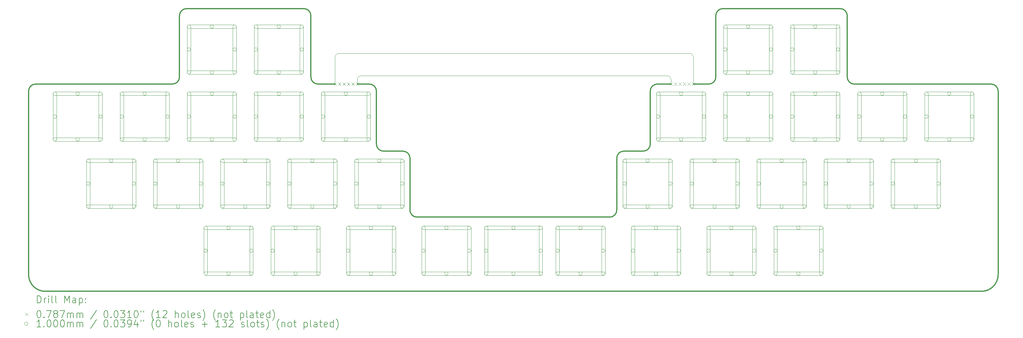
<source format=gbr>
%TF.GenerationSoftware,KiCad,Pcbnew,8.0.5*%
%TF.CreationDate,2024-09-18T07:38:00+09:00*%
%TF.ProjectId,SandyLP_Plate_Base,53616e64-794c-4505-9f50-6c6174655f42,v.0*%
%TF.SameCoordinates,Original*%
%TF.FileFunction,Drillmap*%
%TF.FilePolarity,Positive*%
%FSLAX45Y45*%
G04 Gerber Fmt 4.5, Leading zero omitted, Abs format (unit mm)*
G04 Created by KiCad (PCBNEW 8.0.5) date 2024-09-18 07:38:00*
%MOMM*%
%LPD*%
G01*
G04 APERTURE LIST*
%ADD10C,0.300000*%
%ADD11C,0.120000*%
%ADD12C,0.100000*%
%ADD13C,0.200000*%
G04 APERTURE END LIST*
D10*
X2223485Y-11009403D02*
X2223485Y-5797528D01*
X2423485Y-5597528D02*
X6310984Y-5597528D01*
X6510984Y-3654403D02*
X6510984Y-5397528D01*
X6710984Y-3454403D02*
X10044735Y-3454403D01*
X10244735Y-3654403D02*
X10244735Y-5397528D01*
X10444735Y-5597528D02*
X10928790Y-5597528D01*
D11*
X10928790Y-4843466D02*
X10928790Y-5597528D01*
X11563790Y-5478466D02*
X11563790Y-5597528D01*
D10*
X11563790Y-5597528D02*
X11906922Y-5597528D01*
D11*
X11682852Y-5359403D02*
X20358492Y-5359403D01*
D10*
X12106922Y-5797528D02*
X12106922Y-7302528D01*
X12306922Y-7502528D02*
X12859422Y-7502528D01*
X13059422Y-7702528D02*
X13059422Y-9177532D01*
X18735047Y-9377532D02*
X13259422Y-9377532D01*
X18935047Y-7702528D02*
X18935047Y-9177532D01*
X19687547Y-7502528D02*
X19135047Y-7502528D01*
X19887547Y-5797528D02*
X19887547Y-7302528D01*
D11*
X20477555Y-5478466D02*
X20477555Y-5597528D01*
D10*
X20477555Y-5597528D02*
X20087547Y-5597528D01*
D11*
X20993492Y-4724403D02*
X11047852Y-4724403D01*
D12*
X21112555Y-5597528D02*
X21112555Y-4843466D01*
D10*
X21549735Y-5597528D02*
X21112555Y-5597528D01*
X21749735Y-3654403D02*
X21749735Y-5397528D01*
X25283484Y-3454403D02*
X21949735Y-3454403D01*
X25483484Y-3654403D02*
X25483484Y-5397528D01*
X29294734Y-11485653D02*
X2699735Y-11485653D01*
X29570984Y-5597528D02*
X25683484Y-5597528D01*
X29770984Y-5797528D02*
X29770984Y-11009403D01*
X2223485Y-5797528D02*
G75*
G02*
X2423485Y-5597528I200000J0D01*
G01*
X2699735Y-11485653D02*
G75*
G02*
X2223485Y-11009403I-1J476249D01*
G01*
X6510984Y-3654403D02*
G75*
G02*
X6710984Y-3454402I200000J1D01*
G01*
X6510984Y-5397528D02*
G75*
G02*
X6310984Y-5597528I-200000J0D01*
G01*
X10044735Y-3454403D02*
G75*
G02*
X10244734Y-3654403I10J-199989D01*
G01*
X10444735Y-5597528D02*
G75*
G02*
X10244729Y-5397528I0J200006D01*
G01*
D11*
X10928790Y-4843466D02*
G75*
G02*
X11047852Y-4724407I119045J14D01*
G01*
X11563790Y-5478466D02*
G75*
G02*
X11682852Y-5359407I119045J14D01*
G01*
D10*
X11906922Y-5597528D02*
G75*
G02*
X12106918Y-5797528I3J-199994D01*
G01*
X12306922Y-7502528D02*
G75*
G02*
X12106918Y-7302528I3J200006D01*
G01*
X12859422Y-7502528D02*
G75*
G02*
X13059418Y-7702528I3J-199994D01*
G01*
X13259422Y-9377532D02*
G75*
G02*
X13059424Y-9177532I3J200000D01*
G01*
X18935047Y-7702528D02*
G75*
G02*
X19135047Y-7502524I200008J-4D01*
G01*
X18935047Y-9177532D02*
G75*
G02*
X18735047Y-9377535I-200003J0D01*
G01*
X19887547Y-5797528D02*
G75*
G02*
X20087547Y-5597524I200008J-4D01*
G01*
X19887547Y-7302528D02*
G75*
G02*
X19687547Y-7502524I-199993J-4D01*
G01*
D11*
X20358492Y-5359403D02*
G75*
G02*
X20477554Y-5478466I-8J-119069D01*
G01*
X20993492Y-4724403D02*
G75*
G02*
X21112554Y-4843466I2J-119059D01*
G01*
D10*
X21749735Y-3654403D02*
G75*
G02*
X21949735Y-3454402I200010J-9D01*
G01*
X21749735Y-5397528D02*
G75*
G02*
X21549735Y-5597522I-199990J-4D01*
G01*
X25283484Y-3454403D02*
G75*
G02*
X25483483Y-3654403I0J-199999D01*
G01*
X25683484Y-5597528D02*
G75*
G02*
X25483488Y-5397528I0J199996D01*
G01*
X29570984Y-5597528D02*
G75*
G02*
X29770978Y-5797528I0J-199994D01*
G01*
X29770984Y-11009403D02*
G75*
G02*
X29294734Y-11485652I-476250J1D01*
G01*
D13*
D12*
X10892865Y-5558158D02*
X10971605Y-5636898D01*
X10971605Y-5558158D02*
X10892865Y-5636898D01*
X11019865Y-5558158D02*
X11098605Y-5636898D01*
X11098605Y-5558158D02*
X11019865Y-5636898D01*
X11146865Y-5558158D02*
X11225604Y-5636898D01*
X11225604Y-5558158D02*
X11146865Y-5636898D01*
X11273864Y-5558158D02*
X11352604Y-5636898D01*
X11352604Y-5558158D02*
X11273864Y-5636898D01*
X11400864Y-5558158D02*
X11479604Y-5636898D01*
X11479604Y-5558158D02*
X11400864Y-5636898D01*
X11527864Y-5558158D02*
X11606604Y-5636898D01*
X11606604Y-5558158D02*
X11527864Y-5636898D01*
X20438185Y-5558158D02*
X20516925Y-5636898D01*
X20516925Y-5558158D02*
X20438185Y-5636898D01*
X20565185Y-5558158D02*
X20643925Y-5636898D01*
X20643925Y-5558158D02*
X20565185Y-5636898D01*
X20692185Y-5558158D02*
X20770925Y-5636898D01*
X20770925Y-5558158D02*
X20692185Y-5636898D01*
X20819185Y-5558158D02*
X20897925Y-5636898D01*
X20897925Y-5558158D02*
X20819185Y-5636898D01*
X20946185Y-5558158D02*
X21024925Y-5636898D01*
X21024925Y-5558158D02*
X20946185Y-5636898D01*
X21073185Y-5558158D02*
X21151925Y-5636898D01*
X21151925Y-5558158D02*
X21073185Y-5636898D01*
X3017234Y-6520032D02*
G75*
G02*
X2917234Y-6520032I-50000J0D01*
G01*
X2917234Y-6520032D02*
G75*
G02*
X3017234Y-6520032I50000J0D01*
G01*
X3017234Y-7170032D02*
X3017234Y-5870032D01*
X2917234Y-5870032D02*
G75*
G02*
X3017234Y-5870032I50000J0D01*
G01*
X2917234Y-5870032D02*
X2917234Y-7170032D01*
X2917234Y-7170032D02*
G75*
G03*
X3017234Y-7170032I50000J0D01*
G01*
X3667234Y-5870032D02*
G75*
G02*
X3567234Y-5870032I-50000J0D01*
G01*
X3567234Y-5870032D02*
G75*
G02*
X3667234Y-5870032I50000J0D01*
G01*
X2967234Y-5920032D02*
X4267235Y-5920032D01*
X4267235Y-5820032D02*
G75*
G02*
X4267235Y-5920032I0J-50000D01*
G01*
X4267235Y-5820032D02*
X2967234Y-5820032D01*
X2967234Y-5820032D02*
G75*
G03*
X2967234Y-5920032I0J-50000D01*
G01*
X3667234Y-7170032D02*
G75*
G02*
X3567234Y-7170032I-50000J0D01*
G01*
X3567234Y-7170032D02*
G75*
G02*
X3667234Y-7170032I50000J0D01*
G01*
X2967234Y-7220032D02*
X4267235Y-7220032D01*
X4267235Y-7120032D02*
G75*
G02*
X4267235Y-7220032I0J-50000D01*
G01*
X4267235Y-7120032D02*
X2967234Y-7120032D01*
X2967234Y-7120032D02*
G75*
G03*
X2967234Y-7220032I0J-50000D01*
G01*
X3969734Y-8425032D02*
G75*
G02*
X3869734Y-8425032I-50000J0D01*
G01*
X3869734Y-8425032D02*
G75*
G02*
X3969734Y-8425032I50000J0D01*
G01*
X3969734Y-9075032D02*
X3969734Y-7775032D01*
X3869734Y-7775032D02*
G75*
G02*
X3969734Y-7775032I50000J0D01*
G01*
X3869734Y-7775032D02*
X3869734Y-9075032D01*
X3869734Y-9075032D02*
G75*
G03*
X3969734Y-9075032I50000J0D01*
G01*
X4317235Y-6520032D02*
G75*
G02*
X4217235Y-6520032I-50000J0D01*
G01*
X4217235Y-6520032D02*
G75*
G02*
X4317235Y-6520032I50000J0D01*
G01*
X4317235Y-7170032D02*
X4317235Y-5870032D01*
X4217235Y-5870032D02*
G75*
G02*
X4317235Y-5870032I50000J0D01*
G01*
X4217235Y-5870032D02*
X4217235Y-7170032D01*
X4217235Y-7170032D02*
G75*
G03*
X4317235Y-7170032I50000J0D01*
G01*
X4619735Y-7775032D02*
G75*
G02*
X4519735Y-7775032I-50000J0D01*
G01*
X4519735Y-7775032D02*
G75*
G02*
X4619735Y-7775032I50000J0D01*
G01*
X3919734Y-7825032D02*
X5219735Y-7825032D01*
X5219735Y-7725032D02*
G75*
G02*
X5219735Y-7825032I0J-50000D01*
G01*
X5219735Y-7725032D02*
X3919734Y-7725032D01*
X3919734Y-7725032D02*
G75*
G03*
X3919734Y-7825032I0J-50000D01*
G01*
X4619735Y-9075032D02*
G75*
G02*
X4519735Y-9075032I-50000J0D01*
G01*
X4519735Y-9075032D02*
G75*
G02*
X4619735Y-9075032I50000J0D01*
G01*
X3919734Y-9125032D02*
X5219735Y-9125032D01*
X5219735Y-9025032D02*
G75*
G02*
X5219735Y-9125032I0J-50000D01*
G01*
X5219735Y-9025032D02*
X3919734Y-9025032D01*
X3919734Y-9025032D02*
G75*
G03*
X3919734Y-9125032I0J-50000D01*
G01*
X4922235Y-6520032D02*
G75*
G02*
X4822235Y-6520032I-50000J0D01*
G01*
X4822235Y-6520032D02*
G75*
G02*
X4922235Y-6520032I50000J0D01*
G01*
X4922235Y-7170032D02*
X4922235Y-5870032D01*
X4822235Y-5870032D02*
G75*
G02*
X4922235Y-5870032I50000J0D01*
G01*
X4822235Y-5870032D02*
X4822235Y-7170032D01*
X4822235Y-7170032D02*
G75*
G03*
X4922235Y-7170032I50000J0D01*
G01*
X5269735Y-8425032D02*
G75*
G02*
X5169735Y-8425032I-50000J0D01*
G01*
X5169735Y-8425032D02*
G75*
G02*
X5269735Y-8425032I50000J0D01*
G01*
X5269735Y-9075032D02*
X5269735Y-7775032D01*
X5169735Y-7775032D02*
G75*
G02*
X5269735Y-7775032I50000J0D01*
G01*
X5169735Y-7775032D02*
X5169735Y-9075032D01*
X5169735Y-9075032D02*
G75*
G03*
X5269735Y-9075032I50000J0D01*
G01*
X5572235Y-5870032D02*
G75*
G02*
X5472235Y-5870032I-50000J0D01*
G01*
X5472235Y-5870032D02*
G75*
G02*
X5572235Y-5870032I50000J0D01*
G01*
X4872235Y-5920032D02*
X6172234Y-5920032D01*
X6172234Y-5820032D02*
G75*
G02*
X6172234Y-5920032I0J-50000D01*
G01*
X6172234Y-5820032D02*
X4872235Y-5820032D01*
X4872235Y-5820032D02*
G75*
G03*
X4872235Y-5920032I0J-50000D01*
G01*
X5572235Y-7170032D02*
G75*
G02*
X5472235Y-7170032I-50000J0D01*
G01*
X5472235Y-7170032D02*
G75*
G02*
X5572235Y-7170032I50000J0D01*
G01*
X4872235Y-7220032D02*
X6172234Y-7220032D01*
X6172234Y-7120032D02*
G75*
G02*
X6172234Y-7220032I0J-50000D01*
G01*
X6172234Y-7120032D02*
X4872235Y-7120032D01*
X4872235Y-7120032D02*
G75*
G03*
X4872235Y-7220032I0J-50000D01*
G01*
X5874734Y-8425032D02*
G75*
G02*
X5774734Y-8425032I-50000J0D01*
G01*
X5774734Y-8425032D02*
G75*
G02*
X5874734Y-8425032I50000J0D01*
G01*
X5874734Y-9075032D02*
X5874734Y-7775032D01*
X5774734Y-7775032D02*
G75*
G02*
X5874734Y-7775032I50000J0D01*
G01*
X5774734Y-7775032D02*
X5774734Y-9075032D01*
X5774734Y-9075032D02*
G75*
G03*
X5874734Y-9075032I50000J0D01*
G01*
X6222234Y-6520032D02*
G75*
G02*
X6122234Y-6520032I-50000J0D01*
G01*
X6122234Y-6520032D02*
G75*
G02*
X6222234Y-6520032I50000J0D01*
G01*
X6222234Y-7170032D02*
X6222234Y-5870032D01*
X6122234Y-5870032D02*
G75*
G02*
X6222234Y-5870032I50000J0D01*
G01*
X6122234Y-5870032D02*
X6122234Y-7170032D01*
X6122234Y-7170032D02*
G75*
G03*
X6222234Y-7170032I50000J0D01*
G01*
X6524734Y-7775032D02*
G75*
G02*
X6424734Y-7775032I-50000J0D01*
G01*
X6424734Y-7775032D02*
G75*
G02*
X6524734Y-7775032I50000J0D01*
G01*
X5824734Y-7825032D02*
X7124734Y-7825032D01*
X7124734Y-7725032D02*
G75*
G02*
X7124734Y-7825032I0J-50000D01*
G01*
X7124734Y-7725032D02*
X5824734Y-7725032D01*
X5824734Y-7725032D02*
G75*
G03*
X5824734Y-7825032I0J-50000D01*
G01*
X6524734Y-9075032D02*
G75*
G02*
X6424734Y-9075032I-50000J0D01*
G01*
X6424734Y-9075032D02*
G75*
G02*
X6524734Y-9075032I50000J0D01*
G01*
X5824734Y-9125032D02*
X7124734Y-9125032D01*
X7124734Y-9025032D02*
G75*
G02*
X7124734Y-9125032I0J-50000D01*
G01*
X7124734Y-9025032D02*
X5824734Y-9025032D01*
X5824734Y-9025032D02*
G75*
G03*
X5824734Y-9125032I0J-50000D01*
G01*
X6827234Y-4615032D02*
G75*
G02*
X6727234Y-4615032I-50000J0D01*
G01*
X6727234Y-4615032D02*
G75*
G02*
X6827234Y-4615032I50000J0D01*
G01*
X6827234Y-5265032D02*
X6827234Y-3965032D01*
X6727234Y-3965032D02*
G75*
G02*
X6827234Y-3965032I50000J0D01*
G01*
X6727234Y-3965032D02*
X6727234Y-5265032D01*
X6727234Y-5265032D02*
G75*
G03*
X6827234Y-5265032I50000J0D01*
G01*
X6827234Y-6520032D02*
G75*
G02*
X6727234Y-6520032I-50000J0D01*
G01*
X6727234Y-6520032D02*
G75*
G02*
X6827234Y-6520032I50000J0D01*
G01*
X6827234Y-7170032D02*
X6827234Y-5870032D01*
X6727234Y-5870032D02*
G75*
G02*
X6827234Y-5870032I50000J0D01*
G01*
X6727234Y-5870032D02*
X6727234Y-7170032D01*
X6727234Y-7170032D02*
G75*
G03*
X6827234Y-7170032I50000J0D01*
G01*
X7174734Y-8425032D02*
G75*
G02*
X7074734Y-8425032I-50000J0D01*
G01*
X7074734Y-8425032D02*
G75*
G02*
X7174734Y-8425032I50000J0D01*
G01*
X7174734Y-9075032D02*
X7174734Y-7775032D01*
X7074734Y-7775032D02*
G75*
G02*
X7174734Y-7775032I50000J0D01*
G01*
X7074734Y-7775032D02*
X7074734Y-9075032D01*
X7074734Y-9075032D02*
G75*
G03*
X7174734Y-9075032I50000J0D01*
G01*
X7303484Y-10330032D02*
G75*
G02*
X7203484Y-10330032I-50000J0D01*
G01*
X7203484Y-10330032D02*
G75*
G02*
X7303484Y-10330032I50000J0D01*
G01*
X7303484Y-10980032D02*
X7303484Y-9680032D01*
X7203484Y-9680032D02*
G75*
G02*
X7303484Y-9680032I50000J0D01*
G01*
X7203484Y-9680032D02*
X7203484Y-10980032D01*
X7203484Y-10980032D02*
G75*
G03*
X7303484Y-10980032I50000J0D01*
G01*
X7477234Y-3965032D02*
G75*
G02*
X7377234Y-3965032I-50000J0D01*
G01*
X7377234Y-3965032D02*
G75*
G02*
X7477234Y-3965032I50000J0D01*
G01*
X6777234Y-4015032D02*
X8077234Y-4015032D01*
X8077234Y-3915032D02*
G75*
G02*
X8077234Y-4015032I0J-50000D01*
G01*
X8077234Y-3915032D02*
X6777234Y-3915032D01*
X6777234Y-3915032D02*
G75*
G03*
X6777234Y-4015032I0J-50000D01*
G01*
X7477234Y-5265032D02*
G75*
G02*
X7377234Y-5265032I-50000J0D01*
G01*
X7377234Y-5265032D02*
G75*
G02*
X7477234Y-5265032I50000J0D01*
G01*
X6777234Y-5315032D02*
X8077234Y-5315032D01*
X8077234Y-5215032D02*
G75*
G02*
X8077234Y-5315032I0J-50000D01*
G01*
X8077234Y-5215032D02*
X6777234Y-5215032D01*
X6777234Y-5215032D02*
G75*
G03*
X6777234Y-5315032I0J-50000D01*
G01*
X7477234Y-5870032D02*
G75*
G02*
X7377234Y-5870032I-50000J0D01*
G01*
X7377234Y-5870032D02*
G75*
G02*
X7477234Y-5870032I50000J0D01*
G01*
X6777234Y-5920032D02*
X8077234Y-5920032D01*
X8077234Y-5820032D02*
G75*
G02*
X8077234Y-5920032I0J-50000D01*
G01*
X8077234Y-5820032D02*
X6777234Y-5820032D01*
X6777234Y-5820032D02*
G75*
G03*
X6777234Y-5920032I0J-50000D01*
G01*
X7477234Y-7170032D02*
G75*
G02*
X7377234Y-7170032I-50000J0D01*
G01*
X7377234Y-7170032D02*
G75*
G02*
X7477234Y-7170032I50000J0D01*
G01*
X6777234Y-7220032D02*
X8077234Y-7220032D01*
X8077234Y-7120032D02*
G75*
G02*
X8077234Y-7220032I0J-50000D01*
G01*
X8077234Y-7120032D02*
X6777234Y-7120032D01*
X6777234Y-7120032D02*
G75*
G03*
X6777234Y-7220032I0J-50000D01*
G01*
X7779734Y-8425032D02*
G75*
G02*
X7679734Y-8425032I-50000J0D01*
G01*
X7679734Y-8425032D02*
G75*
G02*
X7779734Y-8425032I50000J0D01*
G01*
X7779734Y-9075032D02*
X7779734Y-7775032D01*
X7679734Y-7775032D02*
G75*
G02*
X7779734Y-7775032I50000J0D01*
G01*
X7679734Y-7775032D02*
X7679734Y-9075032D01*
X7679734Y-9075032D02*
G75*
G03*
X7779734Y-9075032I50000J0D01*
G01*
X7953484Y-9680032D02*
G75*
G02*
X7853484Y-9680032I-50000J0D01*
G01*
X7853484Y-9680032D02*
G75*
G02*
X7953484Y-9680032I50000J0D01*
G01*
X7253484Y-9730032D02*
X8553485Y-9730032D01*
X8553485Y-9630032D02*
G75*
G02*
X8553485Y-9730032I0J-50000D01*
G01*
X8553485Y-9630032D02*
X7253484Y-9630032D01*
X7253484Y-9630032D02*
G75*
G03*
X7253484Y-9730032I0J-50000D01*
G01*
X7953484Y-10980032D02*
G75*
G02*
X7853484Y-10980032I-50000J0D01*
G01*
X7853484Y-10980032D02*
G75*
G02*
X7953484Y-10980032I50000J0D01*
G01*
X7253484Y-11030032D02*
X8553485Y-11030032D01*
X8553485Y-10930032D02*
G75*
G02*
X8553485Y-11030032I0J-50000D01*
G01*
X8553485Y-10930032D02*
X7253484Y-10930032D01*
X7253484Y-10930032D02*
G75*
G03*
X7253484Y-11030032I0J-50000D01*
G01*
X8127234Y-4615032D02*
G75*
G02*
X8027234Y-4615032I-50000J0D01*
G01*
X8027234Y-4615032D02*
G75*
G02*
X8127234Y-4615032I50000J0D01*
G01*
X8127234Y-5265032D02*
X8127234Y-3965032D01*
X8027234Y-3965032D02*
G75*
G02*
X8127234Y-3965032I50000J0D01*
G01*
X8027234Y-3965032D02*
X8027234Y-5265032D01*
X8027234Y-5265032D02*
G75*
G03*
X8127234Y-5265032I50000J0D01*
G01*
X8127234Y-6520032D02*
G75*
G02*
X8027234Y-6520032I-50000J0D01*
G01*
X8027234Y-6520032D02*
G75*
G02*
X8127234Y-6520032I50000J0D01*
G01*
X8127234Y-7170032D02*
X8127234Y-5870032D01*
X8027234Y-5870032D02*
G75*
G02*
X8127234Y-5870032I50000J0D01*
G01*
X8027234Y-5870032D02*
X8027234Y-7170032D01*
X8027234Y-7170032D02*
G75*
G03*
X8127234Y-7170032I50000J0D01*
G01*
X8429735Y-7775032D02*
G75*
G02*
X8329734Y-7775032I-50000J0D01*
G01*
X8329734Y-7775032D02*
G75*
G02*
X8429735Y-7775032I50000J0D01*
G01*
X7729734Y-7825032D02*
X9029735Y-7825032D01*
X9029735Y-7725032D02*
G75*
G02*
X9029735Y-7825032I0J-50000D01*
G01*
X9029735Y-7725032D02*
X7729734Y-7725032D01*
X7729734Y-7725032D02*
G75*
G03*
X7729734Y-7825032I0J-50000D01*
G01*
X8429735Y-9075032D02*
G75*
G02*
X8329734Y-9075032I-50000J0D01*
G01*
X8329734Y-9075032D02*
G75*
G02*
X8429735Y-9075032I50000J0D01*
G01*
X7729734Y-9125032D02*
X9029735Y-9125032D01*
X9029735Y-9025032D02*
G75*
G02*
X9029735Y-9125032I0J-50000D01*
G01*
X9029735Y-9025032D02*
X7729734Y-9025032D01*
X7729734Y-9025032D02*
G75*
G03*
X7729734Y-9125032I0J-50000D01*
G01*
X8603485Y-10330032D02*
G75*
G02*
X8503485Y-10330032I-50000J0D01*
G01*
X8503485Y-10330032D02*
G75*
G02*
X8603485Y-10330032I50000J0D01*
G01*
X8603485Y-10980032D02*
X8603485Y-9680032D01*
X8503485Y-9680032D02*
G75*
G02*
X8603485Y-9680032I50000J0D01*
G01*
X8503485Y-9680032D02*
X8503485Y-10980032D01*
X8503485Y-10980032D02*
G75*
G03*
X8603485Y-10980032I50000J0D01*
G01*
X8732235Y-4615032D02*
G75*
G02*
X8632235Y-4615032I-50000J0D01*
G01*
X8632235Y-4615032D02*
G75*
G02*
X8732235Y-4615032I50000J0D01*
G01*
X8732235Y-5265032D02*
X8732235Y-3965032D01*
X8632235Y-3965032D02*
G75*
G02*
X8732235Y-3965032I50000J0D01*
G01*
X8632235Y-3965032D02*
X8632235Y-5265032D01*
X8632235Y-5265032D02*
G75*
G03*
X8732235Y-5265032I50000J0D01*
G01*
X8732235Y-6520032D02*
G75*
G02*
X8632235Y-6520032I-50000J0D01*
G01*
X8632235Y-6520032D02*
G75*
G02*
X8732235Y-6520032I50000J0D01*
G01*
X8732235Y-7170032D02*
X8732235Y-5870032D01*
X8632235Y-5870032D02*
G75*
G02*
X8732235Y-5870032I50000J0D01*
G01*
X8632235Y-5870032D02*
X8632235Y-7170032D01*
X8632235Y-7170032D02*
G75*
G03*
X8732235Y-7170032I50000J0D01*
G01*
X9079735Y-8425032D02*
G75*
G02*
X8979735Y-8425032I-50000J0D01*
G01*
X8979735Y-8425032D02*
G75*
G02*
X9079735Y-8425032I50000J0D01*
G01*
X9079735Y-9075032D02*
X9079735Y-7775032D01*
X8979735Y-7775032D02*
G75*
G02*
X9079735Y-7775032I50000J0D01*
G01*
X8979735Y-7775032D02*
X8979735Y-9075032D01*
X8979735Y-9075032D02*
G75*
G03*
X9079735Y-9075032I50000J0D01*
G01*
X9208485Y-10330032D02*
G75*
G02*
X9108485Y-10330032I-50000J0D01*
G01*
X9108485Y-10330032D02*
G75*
G02*
X9208485Y-10330032I50000J0D01*
G01*
X9208485Y-10980032D02*
X9208485Y-9680032D01*
X9108485Y-9680032D02*
G75*
G02*
X9208485Y-9680032I50000J0D01*
G01*
X9108485Y-9680032D02*
X9108485Y-10980032D01*
X9108485Y-10980032D02*
G75*
G03*
X9208485Y-10980032I50000J0D01*
G01*
X9382235Y-3965032D02*
G75*
G02*
X9282235Y-3965032I-50000J0D01*
G01*
X9282235Y-3965032D02*
G75*
G02*
X9382235Y-3965032I50000J0D01*
G01*
X8682235Y-4015032D02*
X9982235Y-4015032D01*
X9982235Y-3915032D02*
G75*
G02*
X9982235Y-4015032I0J-50000D01*
G01*
X9982235Y-3915032D02*
X8682235Y-3915032D01*
X8682235Y-3915032D02*
G75*
G03*
X8682235Y-4015032I0J-50000D01*
G01*
X9382235Y-5265032D02*
G75*
G02*
X9282235Y-5265032I-50000J0D01*
G01*
X9282235Y-5265032D02*
G75*
G02*
X9382235Y-5265032I50000J0D01*
G01*
X8682235Y-5315032D02*
X9982235Y-5315032D01*
X9982235Y-5215032D02*
G75*
G02*
X9982235Y-5315032I0J-50000D01*
G01*
X9982235Y-5215032D02*
X8682235Y-5215032D01*
X8682235Y-5215032D02*
G75*
G03*
X8682235Y-5315032I0J-50000D01*
G01*
X9382235Y-5870032D02*
G75*
G02*
X9282235Y-5870032I-50000J0D01*
G01*
X9282235Y-5870032D02*
G75*
G02*
X9382235Y-5870032I50000J0D01*
G01*
X8682235Y-5920032D02*
X9982235Y-5920032D01*
X9982235Y-5820032D02*
G75*
G02*
X9982235Y-5920032I0J-50000D01*
G01*
X9982235Y-5820032D02*
X8682235Y-5820032D01*
X8682235Y-5820032D02*
G75*
G03*
X8682235Y-5920032I0J-50000D01*
G01*
X9382235Y-7170032D02*
G75*
G02*
X9282235Y-7170032I-50000J0D01*
G01*
X9282235Y-7170032D02*
G75*
G02*
X9382235Y-7170032I50000J0D01*
G01*
X8682235Y-7220032D02*
X9982235Y-7220032D01*
X9982235Y-7120032D02*
G75*
G02*
X9982235Y-7220032I0J-50000D01*
G01*
X9982235Y-7120032D02*
X8682235Y-7120032D01*
X8682235Y-7120032D02*
G75*
G03*
X8682235Y-7220032I0J-50000D01*
G01*
X9684735Y-8425032D02*
G75*
G02*
X9584735Y-8425032I-50000J0D01*
G01*
X9584735Y-8425032D02*
G75*
G02*
X9684735Y-8425032I50000J0D01*
G01*
X9684735Y-9075032D02*
X9684735Y-7775032D01*
X9584735Y-7775032D02*
G75*
G02*
X9684735Y-7775032I50000J0D01*
G01*
X9584735Y-7775032D02*
X9584735Y-9075032D01*
X9584735Y-9075032D02*
G75*
G03*
X9684735Y-9075032I50000J0D01*
G01*
X9858485Y-9680032D02*
G75*
G02*
X9758485Y-9680032I-50000J0D01*
G01*
X9758485Y-9680032D02*
G75*
G02*
X9858485Y-9680032I50000J0D01*
G01*
X9158485Y-9730032D02*
X10458485Y-9730032D01*
X10458485Y-9630032D02*
G75*
G02*
X10458485Y-9730032I0J-50000D01*
G01*
X10458485Y-9630032D02*
X9158485Y-9630032D01*
X9158485Y-9630032D02*
G75*
G03*
X9158485Y-9730032I0J-50000D01*
G01*
X9858485Y-10980032D02*
G75*
G02*
X9758485Y-10980032I-50000J0D01*
G01*
X9758485Y-10980032D02*
G75*
G02*
X9858485Y-10980032I50000J0D01*
G01*
X9158485Y-11030032D02*
X10458485Y-11030032D01*
X10458485Y-10930032D02*
G75*
G02*
X10458485Y-11030032I0J-50000D01*
G01*
X10458485Y-10930032D02*
X9158485Y-10930032D01*
X9158485Y-10930032D02*
G75*
G03*
X9158485Y-11030032I0J-50000D01*
G01*
X10032235Y-4615032D02*
G75*
G02*
X9932235Y-4615032I-50000J0D01*
G01*
X9932235Y-4615032D02*
G75*
G02*
X10032235Y-4615032I50000J0D01*
G01*
X10032235Y-5265032D02*
X10032235Y-3965032D01*
X9932235Y-3965032D02*
G75*
G02*
X10032235Y-3965032I50000J0D01*
G01*
X9932235Y-3965032D02*
X9932235Y-5265032D01*
X9932235Y-5265032D02*
G75*
G03*
X10032235Y-5265032I50000J0D01*
G01*
X10032235Y-6520032D02*
G75*
G02*
X9932235Y-6520032I-50000J0D01*
G01*
X9932235Y-6520032D02*
G75*
G02*
X10032235Y-6520032I50000J0D01*
G01*
X10032235Y-7170032D02*
X10032235Y-5870032D01*
X9932235Y-5870032D02*
G75*
G02*
X10032235Y-5870032I50000J0D01*
G01*
X9932235Y-5870032D02*
X9932235Y-7170032D01*
X9932235Y-7170032D02*
G75*
G03*
X10032235Y-7170032I50000J0D01*
G01*
X10334735Y-7775032D02*
G75*
G02*
X10234735Y-7775032I-50000J0D01*
G01*
X10234735Y-7775032D02*
G75*
G02*
X10334735Y-7775032I50000J0D01*
G01*
X9634735Y-7825032D02*
X10934735Y-7825032D01*
X10934735Y-7725032D02*
G75*
G02*
X10934735Y-7825032I0J-50000D01*
G01*
X10934735Y-7725032D02*
X9634735Y-7725032D01*
X9634735Y-7725032D02*
G75*
G03*
X9634735Y-7825032I0J-50000D01*
G01*
X10334735Y-9075032D02*
G75*
G02*
X10234735Y-9075032I-50000J0D01*
G01*
X10234735Y-9075032D02*
G75*
G02*
X10334735Y-9075032I50000J0D01*
G01*
X9634735Y-9125032D02*
X10934735Y-9125032D01*
X10934735Y-9025032D02*
G75*
G02*
X10934735Y-9125032I0J-50000D01*
G01*
X10934735Y-9025032D02*
X9634735Y-9025032D01*
X9634735Y-9025032D02*
G75*
G03*
X9634735Y-9125032I0J-50000D01*
G01*
X10508485Y-10330032D02*
G75*
G02*
X10408485Y-10330032I-50000J0D01*
G01*
X10408485Y-10330032D02*
G75*
G02*
X10508485Y-10330032I50000J0D01*
G01*
X10508485Y-10980032D02*
X10508485Y-9680032D01*
X10408485Y-9680032D02*
G75*
G02*
X10508485Y-9680032I50000J0D01*
G01*
X10408485Y-9680032D02*
X10408485Y-10980032D01*
X10408485Y-10980032D02*
G75*
G03*
X10508485Y-10980032I50000J0D01*
G01*
X10637235Y-6520032D02*
G75*
G02*
X10537235Y-6520032I-50000J0D01*
G01*
X10537235Y-6520032D02*
G75*
G02*
X10637235Y-6520032I50000J0D01*
G01*
X10637235Y-7170032D02*
X10637235Y-5870032D01*
X10537235Y-5870032D02*
G75*
G02*
X10637235Y-5870032I50000J0D01*
G01*
X10537235Y-5870032D02*
X10537235Y-7170032D01*
X10537235Y-7170032D02*
G75*
G03*
X10637235Y-7170032I50000J0D01*
G01*
X10984735Y-8425032D02*
G75*
G02*
X10884735Y-8425032I-50000J0D01*
G01*
X10884735Y-8425032D02*
G75*
G02*
X10984735Y-8425032I50000J0D01*
G01*
X10984735Y-9075032D02*
X10984735Y-7775032D01*
X10884735Y-7775032D02*
G75*
G02*
X10984735Y-7775032I50000J0D01*
G01*
X10884735Y-7775032D02*
X10884735Y-9075032D01*
X10884735Y-9075032D02*
G75*
G03*
X10984735Y-9075032I50000J0D01*
G01*
X11287234Y-5870032D02*
G75*
G02*
X11187234Y-5870032I-50000J0D01*
G01*
X11187234Y-5870032D02*
G75*
G02*
X11287234Y-5870032I50000J0D01*
G01*
X10587235Y-5920032D02*
X11887234Y-5920032D01*
X11887234Y-5820032D02*
G75*
G02*
X11887234Y-5920032I0J-50000D01*
G01*
X11887234Y-5820032D02*
X10587235Y-5820032D01*
X10587235Y-5820032D02*
G75*
G03*
X10587235Y-5920032I0J-50000D01*
G01*
X11287234Y-7170032D02*
G75*
G02*
X11187234Y-7170032I-50000J0D01*
G01*
X11187234Y-7170032D02*
G75*
G02*
X11287234Y-7170032I50000J0D01*
G01*
X10587235Y-7220032D02*
X11887234Y-7220032D01*
X11887234Y-7120032D02*
G75*
G02*
X11887234Y-7220032I0J-50000D01*
G01*
X11887234Y-7120032D02*
X10587235Y-7120032D01*
X10587235Y-7120032D02*
G75*
G03*
X10587235Y-7220032I0J-50000D01*
G01*
X11351609Y-10330032D02*
G75*
G02*
X11251609Y-10330032I-50000J0D01*
G01*
X11251609Y-10330032D02*
G75*
G02*
X11351609Y-10330032I50000J0D01*
G01*
X11351609Y-10980032D02*
X11351609Y-9680032D01*
X11251609Y-9680032D02*
G75*
G02*
X11351609Y-9680032I50000J0D01*
G01*
X11251609Y-9680032D02*
X11251609Y-10980032D01*
X11251609Y-10980032D02*
G75*
G03*
X11351609Y-10980032I50000J0D01*
G01*
X11589734Y-8425032D02*
G75*
G02*
X11489734Y-8425032I-50000J0D01*
G01*
X11489734Y-8425032D02*
G75*
G02*
X11589734Y-8425032I50000J0D01*
G01*
X11589734Y-9075032D02*
X11589734Y-7775032D01*
X11489734Y-7775032D02*
G75*
G02*
X11589734Y-7775032I50000J0D01*
G01*
X11489734Y-7775032D02*
X11489734Y-9075032D01*
X11489734Y-9075032D02*
G75*
G03*
X11589734Y-9075032I50000J0D01*
G01*
X11937234Y-6520032D02*
G75*
G02*
X11837234Y-6520032I-50000J0D01*
G01*
X11837234Y-6520032D02*
G75*
G02*
X11937234Y-6520032I50000J0D01*
G01*
X11937234Y-7170032D02*
X11937234Y-5870032D01*
X11837234Y-5870032D02*
G75*
G02*
X11937234Y-5870032I50000J0D01*
G01*
X11837234Y-5870032D02*
X11837234Y-7170032D01*
X11837234Y-7170032D02*
G75*
G03*
X11937234Y-7170032I50000J0D01*
G01*
X12001609Y-9680032D02*
G75*
G02*
X11901609Y-9680032I-50000J0D01*
G01*
X11901609Y-9680032D02*
G75*
G02*
X12001609Y-9680032I50000J0D01*
G01*
X11301609Y-9730032D02*
X12601609Y-9730032D01*
X12601609Y-9630032D02*
G75*
G02*
X12601609Y-9730032I0J-50000D01*
G01*
X12601609Y-9630032D02*
X11301609Y-9630032D01*
X11301609Y-9630032D02*
G75*
G03*
X11301609Y-9730032I0J-50000D01*
G01*
X12001609Y-10980032D02*
G75*
G02*
X11901609Y-10980032I-50000J0D01*
G01*
X11901609Y-10980032D02*
G75*
G02*
X12001609Y-10980032I50000J0D01*
G01*
X11301609Y-11030032D02*
X12601609Y-11030032D01*
X12601609Y-10930032D02*
G75*
G02*
X12601609Y-11030032I0J-50000D01*
G01*
X12601609Y-10930032D02*
X11301609Y-10930032D01*
X11301609Y-10930032D02*
G75*
G03*
X11301609Y-11030032I0J-50000D01*
G01*
X12239734Y-7775032D02*
G75*
G02*
X12139734Y-7775032I-50000J0D01*
G01*
X12139734Y-7775032D02*
G75*
G02*
X12239734Y-7775032I50000J0D01*
G01*
X11539734Y-7825032D02*
X12839734Y-7825032D01*
X12839734Y-7725032D02*
G75*
G02*
X12839734Y-7825032I0J-50000D01*
G01*
X12839734Y-7725032D02*
X11539734Y-7725032D01*
X11539734Y-7725032D02*
G75*
G03*
X11539734Y-7825032I0J-50000D01*
G01*
X12239734Y-9075032D02*
G75*
G02*
X12139734Y-9075032I-50000J0D01*
G01*
X12139734Y-9075032D02*
G75*
G02*
X12239734Y-9075032I50000J0D01*
G01*
X11539734Y-9125032D02*
X12839734Y-9125032D01*
X12839734Y-9025032D02*
G75*
G02*
X12839734Y-9125032I0J-50000D01*
G01*
X12839734Y-9025032D02*
X11539734Y-9025032D01*
X11539734Y-9025032D02*
G75*
G03*
X11539734Y-9125032I0J-50000D01*
G01*
X12651609Y-10330032D02*
G75*
G02*
X12551609Y-10330032I-50000J0D01*
G01*
X12551609Y-10330032D02*
G75*
G02*
X12651609Y-10330032I50000J0D01*
G01*
X12651609Y-10980032D02*
X12651609Y-9680032D01*
X12551609Y-9680032D02*
G75*
G02*
X12651609Y-9680032I50000J0D01*
G01*
X12551609Y-9680032D02*
X12551609Y-10980032D01*
X12551609Y-10980032D02*
G75*
G03*
X12651609Y-10980032I50000J0D01*
G01*
X12889734Y-8425032D02*
G75*
G02*
X12789734Y-8425032I-50000J0D01*
G01*
X12789734Y-8425032D02*
G75*
G02*
X12889734Y-8425032I50000J0D01*
G01*
X12889734Y-9075032D02*
X12889734Y-7775032D01*
X12789734Y-7775032D02*
G75*
G02*
X12889734Y-7775032I50000J0D01*
G01*
X12789734Y-7775032D02*
X12789734Y-9075032D01*
X12789734Y-9075032D02*
G75*
G03*
X12889734Y-9075032I50000J0D01*
G01*
X13494734Y-10330032D02*
G75*
G02*
X13394734Y-10330032I-50000J0D01*
G01*
X13394734Y-10330032D02*
G75*
G02*
X13494734Y-10330032I50000J0D01*
G01*
X13494734Y-10980032D02*
X13494734Y-9680032D01*
X13394734Y-9680032D02*
G75*
G02*
X13494734Y-9680032I50000J0D01*
G01*
X13394734Y-9680032D02*
X13394734Y-10980032D01*
X13394734Y-10980032D02*
G75*
G03*
X13494734Y-10980032I50000J0D01*
G01*
X14144734Y-9680032D02*
G75*
G02*
X14044734Y-9680032I-50000J0D01*
G01*
X14044734Y-9680032D02*
G75*
G02*
X14144734Y-9680032I50000J0D01*
G01*
X13444734Y-9730032D02*
X14744734Y-9730032D01*
X14744734Y-9630032D02*
G75*
G02*
X14744734Y-9730032I0J-50000D01*
G01*
X14744734Y-9630032D02*
X13444734Y-9630032D01*
X13444734Y-9630032D02*
G75*
G03*
X13444734Y-9730032I0J-50000D01*
G01*
X14144734Y-10980032D02*
G75*
G02*
X14044734Y-10980032I-50000J0D01*
G01*
X14044734Y-10980032D02*
G75*
G02*
X14144734Y-10980032I50000J0D01*
G01*
X13444734Y-11030032D02*
X14744734Y-11030032D01*
X14744734Y-10930032D02*
G75*
G02*
X14744734Y-11030032I0J-50000D01*
G01*
X14744734Y-10930032D02*
X13444734Y-10930032D01*
X13444734Y-10930032D02*
G75*
G03*
X13444734Y-11030032I0J-50000D01*
G01*
X14794734Y-10330032D02*
G75*
G02*
X14694734Y-10330032I-50000J0D01*
G01*
X14694734Y-10330032D02*
G75*
G02*
X14794734Y-10330032I50000J0D01*
G01*
X14794734Y-10980032D02*
X14794734Y-9680032D01*
X14694734Y-9680032D02*
G75*
G02*
X14794734Y-9680032I50000J0D01*
G01*
X14694734Y-9680032D02*
X14694734Y-10980032D01*
X14694734Y-10980032D02*
G75*
G03*
X14794734Y-10980032I50000J0D01*
G01*
X15274734Y-10330032D02*
G75*
G02*
X15174734Y-10330032I-50000J0D01*
G01*
X15174734Y-10330032D02*
G75*
G02*
X15274734Y-10330032I50000J0D01*
G01*
X15274734Y-10980032D02*
X15274734Y-9680032D01*
X15174734Y-9680032D02*
G75*
G02*
X15274734Y-9680032I50000J0D01*
G01*
X15174734Y-9680032D02*
X15174734Y-10980032D01*
X15174734Y-10980032D02*
G75*
G03*
X15274734Y-10980032I50000J0D01*
G01*
X16049734Y-9680032D02*
G75*
G02*
X15949734Y-9680032I-50000J0D01*
G01*
X15949734Y-9680032D02*
G75*
G02*
X16049734Y-9680032I50000J0D01*
G01*
X16774734Y-9630032D02*
X15224734Y-9630032D01*
X15224734Y-9730032D02*
G75*
G02*
X15224734Y-9630032I0J50000D01*
G01*
X15224734Y-9730032D02*
X16774734Y-9730032D01*
X16774734Y-9730032D02*
G75*
G03*
X16774734Y-9630032I0J50000D01*
G01*
X16049734Y-10980032D02*
G75*
G02*
X15949734Y-10980032I-50000J0D01*
G01*
X15949734Y-10980032D02*
G75*
G02*
X16049734Y-10980032I50000J0D01*
G01*
X16774734Y-10930032D02*
X15224734Y-10930032D01*
X15224734Y-11030032D02*
G75*
G02*
X15224734Y-10930032I0J50000D01*
G01*
X15224734Y-11030032D02*
X16774734Y-11030032D01*
X16774734Y-11030032D02*
G75*
G03*
X16774734Y-10930032I0J50000D01*
G01*
X16824735Y-10330032D02*
G75*
G02*
X16724734Y-10330032I-50000J0D01*
G01*
X16724734Y-10330032D02*
G75*
G02*
X16824735Y-10330032I50000J0D01*
G01*
X16824735Y-10980032D02*
X16824735Y-9680032D01*
X16724734Y-9680032D02*
G75*
G02*
X16824735Y-9680032I50000J0D01*
G01*
X16724734Y-9680032D02*
X16724734Y-10980032D01*
X16724734Y-10980032D02*
G75*
G03*
X16824735Y-10980032I50000J0D01*
G01*
X17304735Y-10330032D02*
G75*
G02*
X17204735Y-10330032I-50000J0D01*
G01*
X17204735Y-10330032D02*
G75*
G02*
X17304735Y-10330032I50000J0D01*
G01*
X17304735Y-10980032D02*
X17304735Y-9680032D01*
X17204735Y-9680032D02*
G75*
G02*
X17304735Y-9680032I50000J0D01*
G01*
X17204735Y-9680032D02*
X17204735Y-10980032D01*
X17204735Y-10980032D02*
G75*
G03*
X17304735Y-10980032I50000J0D01*
G01*
X17954735Y-9680032D02*
G75*
G02*
X17854735Y-9680032I-50000J0D01*
G01*
X17854735Y-9680032D02*
G75*
G02*
X17954735Y-9680032I50000J0D01*
G01*
X17254735Y-9730032D02*
X18554735Y-9730032D01*
X18554735Y-9630032D02*
G75*
G02*
X18554735Y-9730032I0J-50000D01*
G01*
X18554735Y-9630032D02*
X17254735Y-9630032D01*
X17254735Y-9630032D02*
G75*
G03*
X17254735Y-9730032I0J-50000D01*
G01*
X17954735Y-10980032D02*
G75*
G02*
X17854735Y-10980032I-50000J0D01*
G01*
X17854735Y-10980032D02*
G75*
G02*
X17954735Y-10980032I50000J0D01*
G01*
X17254735Y-11030032D02*
X18554735Y-11030032D01*
X18554735Y-10930032D02*
G75*
G02*
X18554735Y-11030032I0J-50000D01*
G01*
X18554735Y-10930032D02*
X17254735Y-10930032D01*
X17254735Y-10930032D02*
G75*
G03*
X17254735Y-11030032I0J-50000D01*
G01*
X18604735Y-10330032D02*
G75*
G02*
X18504735Y-10330032I-50000J0D01*
G01*
X18504735Y-10330032D02*
G75*
G02*
X18604735Y-10330032I50000J0D01*
G01*
X18604735Y-10980032D02*
X18604735Y-9680032D01*
X18504735Y-9680032D02*
G75*
G02*
X18604735Y-9680032I50000J0D01*
G01*
X18504735Y-9680032D02*
X18504735Y-10980032D01*
X18504735Y-10980032D02*
G75*
G03*
X18604735Y-10980032I50000J0D01*
G01*
X19209735Y-8425032D02*
G75*
G02*
X19109735Y-8425032I-50000J0D01*
G01*
X19109735Y-8425032D02*
G75*
G02*
X19209735Y-8425032I50000J0D01*
G01*
X19209735Y-9075032D02*
X19209735Y-7775032D01*
X19109735Y-7775032D02*
G75*
G02*
X19209735Y-7775032I50000J0D01*
G01*
X19109735Y-7775032D02*
X19109735Y-9075032D01*
X19109735Y-9075032D02*
G75*
G03*
X19209735Y-9075032I50000J0D01*
G01*
X19447860Y-10330032D02*
G75*
G02*
X19347860Y-10330032I-50000J0D01*
G01*
X19347860Y-10330032D02*
G75*
G02*
X19447860Y-10330032I50000J0D01*
G01*
X19447860Y-10980032D02*
X19447860Y-9680032D01*
X19347860Y-9680032D02*
G75*
G02*
X19447860Y-9680032I50000J0D01*
G01*
X19347860Y-9680032D02*
X19347860Y-10980032D01*
X19347860Y-10980032D02*
G75*
G03*
X19447860Y-10980032I50000J0D01*
G01*
X19859735Y-7775032D02*
G75*
G02*
X19759735Y-7775032I-50000J0D01*
G01*
X19759735Y-7775032D02*
G75*
G02*
X19859735Y-7775032I50000J0D01*
G01*
X19159735Y-7825032D02*
X20459735Y-7825032D01*
X20459735Y-7725032D02*
G75*
G02*
X20459735Y-7825032I0J-50000D01*
G01*
X20459735Y-7725032D02*
X19159735Y-7725032D01*
X19159735Y-7725032D02*
G75*
G03*
X19159735Y-7825032I0J-50000D01*
G01*
X19859735Y-9075032D02*
G75*
G02*
X19759735Y-9075032I-50000J0D01*
G01*
X19759735Y-9075032D02*
G75*
G02*
X19859735Y-9075032I50000J0D01*
G01*
X19159735Y-9125032D02*
X20459735Y-9125032D01*
X20459735Y-9025032D02*
G75*
G02*
X20459735Y-9125032I0J-50000D01*
G01*
X20459735Y-9025032D02*
X19159735Y-9025032D01*
X19159735Y-9025032D02*
G75*
G03*
X19159735Y-9125032I0J-50000D01*
G01*
X20097860Y-9680032D02*
G75*
G02*
X19997860Y-9680032I-50000J0D01*
G01*
X19997860Y-9680032D02*
G75*
G02*
X20097860Y-9680032I50000J0D01*
G01*
X19397860Y-9730032D02*
X20697860Y-9730032D01*
X20697860Y-9630032D02*
G75*
G02*
X20697860Y-9730032I0J-50000D01*
G01*
X20697860Y-9630032D02*
X19397860Y-9630032D01*
X19397860Y-9630032D02*
G75*
G03*
X19397860Y-9730032I0J-50000D01*
G01*
X20097860Y-10980032D02*
G75*
G02*
X19997860Y-10980032I-50000J0D01*
G01*
X19997860Y-10980032D02*
G75*
G02*
X20097860Y-10980032I50000J0D01*
G01*
X19397860Y-11030032D02*
X20697860Y-11030032D01*
X20697860Y-10930032D02*
G75*
G02*
X20697860Y-11030032I0J-50000D01*
G01*
X20697860Y-10930032D02*
X19397860Y-10930032D01*
X19397860Y-10930032D02*
G75*
G03*
X19397860Y-11030032I0J-50000D01*
G01*
X20162235Y-6520032D02*
G75*
G02*
X20062235Y-6520032I-50000J0D01*
G01*
X20062235Y-6520032D02*
G75*
G02*
X20162235Y-6520032I50000J0D01*
G01*
X20162235Y-7170032D02*
X20162235Y-5870032D01*
X20062235Y-5870032D02*
G75*
G02*
X20162235Y-5870032I50000J0D01*
G01*
X20062235Y-5870032D02*
X20062235Y-7170032D01*
X20062235Y-7170032D02*
G75*
G03*
X20162235Y-7170032I50000J0D01*
G01*
X20509735Y-8425032D02*
G75*
G02*
X20409735Y-8425032I-50000J0D01*
G01*
X20409735Y-8425032D02*
G75*
G02*
X20509735Y-8425032I50000J0D01*
G01*
X20509735Y-9075032D02*
X20509735Y-7775032D01*
X20409735Y-7775032D02*
G75*
G02*
X20509735Y-7775032I50000J0D01*
G01*
X20409735Y-7775032D02*
X20409735Y-9075032D01*
X20409735Y-9075032D02*
G75*
G03*
X20509735Y-9075032I50000J0D01*
G01*
X20747860Y-10330032D02*
G75*
G02*
X20647860Y-10330032I-50000J0D01*
G01*
X20647860Y-10330032D02*
G75*
G02*
X20747860Y-10330032I50000J0D01*
G01*
X20747860Y-10980032D02*
X20747860Y-9680032D01*
X20647860Y-9680032D02*
G75*
G02*
X20747860Y-9680032I50000J0D01*
G01*
X20647860Y-9680032D02*
X20647860Y-10980032D01*
X20647860Y-10980032D02*
G75*
G03*
X20747860Y-10980032I50000J0D01*
G01*
X20812235Y-5870032D02*
G75*
G02*
X20712235Y-5870032I-50000J0D01*
G01*
X20712235Y-5870032D02*
G75*
G02*
X20812235Y-5870032I50000J0D01*
G01*
X20112235Y-5920032D02*
X21412235Y-5920032D01*
X21412235Y-5820032D02*
G75*
G02*
X21412235Y-5920032I0J-50000D01*
G01*
X21412235Y-5820032D02*
X20112235Y-5820032D01*
X20112235Y-5820032D02*
G75*
G03*
X20112235Y-5920032I0J-50000D01*
G01*
X20812235Y-7170032D02*
G75*
G02*
X20712235Y-7170032I-50000J0D01*
G01*
X20712235Y-7170032D02*
G75*
G02*
X20812235Y-7170032I50000J0D01*
G01*
X20112235Y-7220032D02*
X21412235Y-7220032D01*
X21412235Y-7120032D02*
G75*
G02*
X21412235Y-7220032I0J-50000D01*
G01*
X21412235Y-7120032D02*
X20112235Y-7120032D01*
X20112235Y-7120032D02*
G75*
G03*
X20112235Y-7220032I0J-50000D01*
G01*
X21114735Y-8425032D02*
G75*
G02*
X21014735Y-8425032I-50000J0D01*
G01*
X21014735Y-8425032D02*
G75*
G02*
X21114735Y-8425032I50000J0D01*
G01*
X21114735Y-9075032D02*
X21114735Y-7775032D01*
X21014735Y-7775032D02*
G75*
G02*
X21114735Y-7775032I50000J0D01*
G01*
X21014735Y-7775032D02*
X21014735Y-9075032D01*
X21014735Y-9075032D02*
G75*
G03*
X21114735Y-9075032I50000J0D01*
G01*
X21462235Y-6520032D02*
G75*
G02*
X21362235Y-6520032I-50000J0D01*
G01*
X21362235Y-6520032D02*
G75*
G02*
X21462235Y-6520032I50000J0D01*
G01*
X21462235Y-7170032D02*
X21462235Y-5870032D01*
X21362235Y-5870032D02*
G75*
G02*
X21462235Y-5870032I50000J0D01*
G01*
X21362235Y-5870032D02*
X21362235Y-7170032D01*
X21362235Y-7170032D02*
G75*
G03*
X21462235Y-7170032I50000J0D01*
G01*
X21590985Y-10330032D02*
G75*
G02*
X21490985Y-10330032I-50000J0D01*
G01*
X21490985Y-10330032D02*
G75*
G02*
X21590985Y-10330032I50000J0D01*
G01*
X21590985Y-10980032D02*
X21590985Y-9680032D01*
X21490985Y-9680032D02*
G75*
G02*
X21590985Y-9680032I50000J0D01*
G01*
X21490985Y-9680032D02*
X21490985Y-10980032D01*
X21490985Y-10980032D02*
G75*
G03*
X21590985Y-10980032I50000J0D01*
G01*
X21764735Y-7775032D02*
G75*
G02*
X21664735Y-7775032I-50000J0D01*
G01*
X21664735Y-7775032D02*
G75*
G02*
X21764735Y-7775032I50000J0D01*
G01*
X21064735Y-7825032D02*
X22364735Y-7825032D01*
X22364735Y-7725032D02*
G75*
G02*
X22364735Y-7825032I0J-50000D01*
G01*
X22364735Y-7725032D02*
X21064735Y-7725032D01*
X21064735Y-7725032D02*
G75*
G03*
X21064735Y-7825032I0J-50000D01*
G01*
X21764735Y-9075032D02*
G75*
G02*
X21664735Y-9075032I-50000J0D01*
G01*
X21664735Y-9075032D02*
G75*
G02*
X21764735Y-9075032I50000J0D01*
G01*
X21064735Y-9125032D02*
X22364735Y-9125032D01*
X22364735Y-9025032D02*
G75*
G02*
X22364735Y-9125032I0J-50000D01*
G01*
X22364735Y-9025032D02*
X21064735Y-9025032D01*
X21064735Y-9025032D02*
G75*
G03*
X21064735Y-9125032I0J-50000D01*
G01*
X22067235Y-4615032D02*
G75*
G02*
X21967235Y-4615032I-50000J0D01*
G01*
X21967235Y-4615032D02*
G75*
G02*
X22067235Y-4615032I50000J0D01*
G01*
X22067235Y-5265032D02*
X22067235Y-3965032D01*
X21967235Y-3965032D02*
G75*
G02*
X22067235Y-3965032I50000J0D01*
G01*
X21967235Y-3965032D02*
X21967235Y-5265032D01*
X21967235Y-5265032D02*
G75*
G03*
X22067235Y-5265032I50000J0D01*
G01*
X22067235Y-6520032D02*
G75*
G02*
X21967235Y-6520032I-50000J0D01*
G01*
X21967235Y-6520032D02*
G75*
G02*
X22067235Y-6520032I50000J0D01*
G01*
X22067235Y-7170032D02*
X22067235Y-5870032D01*
X21967235Y-5870032D02*
G75*
G02*
X22067235Y-5870032I50000J0D01*
G01*
X21967235Y-5870032D02*
X21967235Y-7170032D01*
X21967235Y-7170032D02*
G75*
G03*
X22067235Y-7170032I50000J0D01*
G01*
X22240985Y-9680032D02*
G75*
G02*
X22140985Y-9680032I-50000J0D01*
G01*
X22140985Y-9680032D02*
G75*
G02*
X22240985Y-9680032I50000J0D01*
G01*
X21540985Y-9730032D02*
X22840984Y-9730032D01*
X22840984Y-9630032D02*
G75*
G02*
X22840984Y-9730032I0J-50000D01*
G01*
X22840984Y-9630032D02*
X21540985Y-9630032D01*
X21540985Y-9630032D02*
G75*
G03*
X21540985Y-9730032I0J-50000D01*
G01*
X22240985Y-10980032D02*
G75*
G02*
X22140985Y-10980032I-50000J0D01*
G01*
X22140985Y-10980032D02*
G75*
G02*
X22240985Y-10980032I50000J0D01*
G01*
X21540985Y-11030032D02*
X22840984Y-11030032D01*
X22840984Y-10930032D02*
G75*
G02*
X22840984Y-11030032I0J-50000D01*
G01*
X22840984Y-10930032D02*
X21540985Y-10930032D01*
X21540985Y-10930032D02*
G75*
G03*
X21540985Y-11030032I0J-50000D01*
G01*
X22414734Y-8425032D02*
G75*
G02*
X22314735Y-8425032I-50000J0D01*
G01*
X22314735Y-8425032D02*
G75*
G02*
X22414734Y-8425032I50000J0D01*
G01*
X22414734Y-9075032D02*
X22414734Y-7775032D01*
X22314735Y-7775032D02*
G75*
G02*
X22414734Y-7775032I50000J0D01*
G01*
X22314735Y-7775032D02*
X22314735Y-9075032D01*
X22314735Y-9075032D02*
G75*
G03*
X22414734Y-9075032I50000J0D01*
G01*
X22717234Y-3965032D02*
G75*
G02*
X22617234Y-3965032I-50000J0D01*
G01*
X22617234Y-3965032D02*
G75*
G02*
X22717234Y-3965032I50000J0D01*
G01*
X22017235Y-4015032D02*
X23317234Y-4015032D01*
X23317234Y-3915032D02*
G75*
G02*
X23317234Y-4015032I0J-50000D01*
G01*
X23317234Y-3915032D02*
X22017235Y-3915032D01*
X22017235Y-3915032D02*
G75*
G03*
X22017235Y-4015032I0J-50000D01*
G01*
X22717234Y-5265032D02*
G75*
G02*
X22617234Y-5265032I-50000J0D01*
G01*
X22617234Y-5265032D02*
G75*
G02*
X22717234Y-5265032I50000J0D01*
G01*
X22017235Y-5315032D02*
X23317234Y-5315032D01*
X23317234Y-5215032D02*
G75*
G02*
X23317234Y-5315032I0J-50000D01*
G01*
X23317234Y-5215032D02*
X22017235Y-5215032D01*
X22017235Y-5215032D02*
G75*
G03*
X22017235Y-5315032I0J-50000D01*
G01*
X22717234Y-5870032D02*
G75*
G02*
X22617234Y-5870032I-50000J0D01*
G01*
X22617234Y-5870032D02*
G75*
G02*
X22717234Y-5870032I50000J0D01*
G01*
X22017235Y-5920032D02*
X23317234Y-5920032D01*
X23317234Y-5820032D02*
G75*
G02*
X23317234Y-5920032I0J-50000D01*
G01*
X23317234Y-5820032D02*
X22017235Y-5820032D01*
X22017235Y-5820032D02*
G75*
G03*
X22017235Y-5920032I0J-50000D01*
G01*
X22717234Y-7170032D02*
G75*
G02*
X22617234Y-7170032I-50000J0D01*
G01*
X22617234Y-7170032D02*
G75*
G02*
X22717234Y-7170032I50000J0D01*
G01*
X22017235Y-7220032D02*
X23317234Y-7220032D01*
X23317234Y-7120032D02*
G75*
G02*
X23317234Y-7220032I0J-50000D01*
G01*
X23317234Y-7120032D02*
X22017235Y-7120032D01*
X22017235Y-7120032D02*
G75*
G03*
X22017235Y-7220032I0J-50000D01*
G01*
X22890984Y-10330032D02*
G75*
G02*
X22790984Y-10330032I-50000J0D01*
G01*
X22790984Y-10330032D02*
G75*
G02*
X22890984Y-10330032I50000J0D01*
G01*
X22890984Y-10980032D02*
X22890984Y-9680032D01*
X22790984Y-9680032D02*
G75*
G02*
X22890984Y-9680032I50000J0D01*
G01*
X22790984Y-9680032D02*
X22790984Y-10980032D01*
X22790984Y-10980032D02*
G75*
G03*
X22890984Y-10980032I50000J0D01*
G01*
X23019734Y-8425032D02*
G75*
G02*
X22919734Y-8425032I-50000J0D01*
G01*
X22919734Y-8425032D02*
G75*
G02*
X23019734Y-8425032I50000J0D01*
G01*
X23019734Y-9075032D02*
X23019734Y-7775032D01*
X22919734Y-7775032D02*
G75*
G02*
X23019734Y-7775032I50000J0D01*
G01*
X22919734Y-7775032D02*
X22919734Y-9075032D01*
X22919734Y-9075032D02*
G75*
G03*
X23019734Y-9075032I50000J0D01*
G01*
X23367234Y-4615032D02*
G75*
G02*
X23267234Y-4615032I-50000J0D01*
G01*
X23267234Y-4615032D02*
G75*
G02*
X23367234Y-4615032I50000J0D01*
G01*
X23367234Y-5265032D02*
X23367234Y-3965032D01*
X23267234Y-3965032D02*
G75*
G02*
X23367234Y-3965032I50000J0D01*
G01*
X23267234Y-3965032D02*
X23267234Y-5265032D01*
X23267234Y-5265032D02*
G75*
G03*
X23367234Y-5265032I50000J0D01*
G01*
X23367234Y-6520032D02*
G75*
G02*
X23267234Y-6520032I-50000J0D01*
G01*
X23267234Y-6520032D02*
G75*
G02*
X23367234Y-6520032I50000J0D01*
G01*
X23367234Y-7170032D02*
X23367234Y-5870032D01*
X23267234Y-5870032D02*
G75*
G02*
X23367234Y-5870032I50000J0D01*
G01*
X23267234Y-5870032D02*
X23267234Y-7170032D01*
X23267234Y-7170032D02*
G75*
G03*
X23367234Y-7170032I50000J0D01*
G01*
X23495984Y-10330032D02*
G75*
G02*
X23395984Y-10330032I-50000J0D01*
G01*
X23395984Y-10330032D02*
G75*
G02*
X23495984Y-10330032I50000J0D01*
G01*
X23495984Y-10980032D02*
X23495984Y-9680032D01*
X23395984Y-9680032D02*
G75*
G02*
X23495984Y-9680032I50000J0D01*
G01*
X23395984Y-9680032D02*
X23395984Y-10980032D01*
X23395984Y-10980032D02*
G75*
G03*
X23495984Y-10980032I50000J0D01*
G01*
X23669734Y-7775032D02*
G75*
G02*
X23569734Y-7775032I-50000J0D01*
G01*
X23569734Y-7775032D02*
G75*
G02*
X23669734Y-7775032I50000J0D01*
G01*
X22969734Y-7825032D02*
X24269734Y-7825032D01*
X24269734Y-7725032D02*
G75*
G02*
X24269734Y-7825032I0J-50000D01*
G01*
X24269734Y-7725032D02*
X22969734Y-7725032D01*
X22969734Y-7725032D02*
G75*
G03*
X22969734Y-7825032I0J-50000D01*
G01*
X23669734Y-9075032D02*
G75*
G02*
X23569734Y-9075032I-50000J0D01*
G01*
X23569734Y-9075032D02*
G75*
G02*
X23669734Y-9075032I50000J0D01*
G01*
X22969734Y-9125032D02*
X24269734Y-9125032D01*
X24269734Y-9025032D02*
G75*
G02*
X24269734Y-9125032I0J-50000D01*
G01*
X24269734Y-9025032D02*
X22969734Y-9025032D01*
X22969734Y-9025032D02*
G75*
G03*
X22969734Y-9125032I0J-50000D01*
G01*
X23972234Y-4615032D02*
G75*
G02*
X23872234Y-4615032I-50000J0D01*
G01*
X23872234Y-4615032D02*
G75*
G02*
X23972234Y-4615032I50000J0D01*
G01*
X23972234Y-5265032D02*
X23972234Y-3965032D01*
X23872234Y-3965032D02*
G75*
G02*
X23972234Y-3965032I50000J0D01*
G01*
X23872234Y-3965032D02*
X23872234Y-5265032D01*
X23872234Y-5265032D02*
G75*
G03*
X23972234Y-5265032I50000J0D01*
G01*
X23972234Y-6520032D02*
G75*
G02*
X23872234Y-6520032I-50000J0D01*
G01*
X23872234Y-6520032D02*
G75*
G02*
X23972234Y-6520032I50000J0D01*
G01*
X23972234Y-7170032D02*
X23972234Y-5870032D01*
X23872234Y-5870032D02*
G75*
G02*
X23972234Y-5870032I50000J0D01*
G01*
X23872234Y-5870032D02*
X23872234Y-7170032D01*
X23872234Y-7170032D02*
G75*
G03*
X23972234Y-7170032I50000J0D01*
G01*
X24145984Y-9680032D02*
G75*
G02*
X24045984Y-9680032I-50000J0D01*
G01*
X24045984Y-9680032D02*
G75*
G02*
X24145984Y-9680032I50000J0D01*
G01*
X23445984Y-9730032D02*
X24745984Y-9730032D01*
X24745984Y-9630032D02*
G75*
G02*
X24745984Y-9730032I0J-50000D01*
G01*
X24745984Y-9630032D02*
X23445984Y-9630032D01*
X23445984Y-9630032D02*
G75*
G03*
X23445984Y-9730032I0J-50000D01*
G01*
X24145984Y-10980032D02*
G75*
G02*
X24045984Y-10980032I-50000J0D01*
G01*
X24045984Y-10980032D02*
G75*
G02*
X24145984Y-10980032I50000J0D01*
G01*
X23445984Y-11030032D02*
X24745984Y-11030032D01*
X24745984Y-10930032D02*
G75*
G02*
X24745984Y-11030032I0J-50000D01*
G01*
X24745984Y-10930032D02*
X23445984Y-10930032D01*
X23445984Y-10930032D02*
G75*
G03*
X23445984Y-11030032I0J-50000D01*
G01*
X24319734Y-8425032D02*
G75*
G02*
X24219734Y-8425032I-50000J0D01*
G01*
X24219734Y-8425032D02*
G75*
G02*
X24319734Y-8425032I50000J0D01*
G01*
X24319734Y-9075032D02*
X24319734Y-7775032D01*
X24219734Y-7775032D02*
G75*
G02*
X24319734Y-7775032I50000J0D01*
G01*
X24219734Y-7775032D02*
X24219734Y-9075032D01*
X24219734Y-9075032D02*
G75*
G03*
X24319734Y-9075032I50000J0D01*
G01*
X24622234Y-3965032D02*
G75*
G02*
X24522234Y-3965032I-50000J0D01*
G01*
X24522234Y-3965032D02*
G75*
G02*
X24622234Y-3965032I50000J0D01*
G01*
X23922234Y-4015032D02*
X25222234Y-4015032D01*
X25222234Y-3915032D02*
G75*
G02*
X25222234Y-4015032I0J-50000D01*
G01*
X25222234Y-3915032D02*
X23922234Y-3915032D01*
X23922234Y-3915032D02*
G75*
G03*
X23922234Y-4015032I0J-50000D01*
G01*
X24622234Y-5265032D02*
G75*
G02*
X24522234Y-5265032I-50000J0D01*
G01*
X24522234Y-5265032D02*
G75*
G02*
X24622234Y-5265032I50000J0D01*
G01*
X23922234Y-5315032D02*
X25222234Y-5315032D01*
X25222234Y-5215032D02*
G75*
G02*
X25222234Y-5315032I0J-50000D01*
G01*
X25222234Y-5215032D02*
X23922234Y-5215032D01*
X23922234Y-5215032D02*
G75*
G03*
X23922234Y-5315032I0J-50000D01*
G01*
X24622234Y-5870032D02*
G75*
G02*
X24522234Y-5870032I-50000J0D01*
G01*
X24522234Y-5870032D02*
G75*
G02*
X24622234Y-5870032I50000J0D01*
G01*
X23922234Y-5920032D02*
X25222234Y-5920032D01*
X25222234Y-5820032D02*
G75*
G02*
X25222234Y-5920032I0J-50000D01*
G01*
X25222234Y-5820032D02*
X23922234Y-5820032D01*
X23922234Y-5820032D02*
G75*
G03*
X23922234Y-5920032I0J-50000D01*
G01*
X24622234Y-7170032D02*
G75*
G02*
X24522234Y-7170032I-50000J0D01*
G01*
X24522234Y-7170032D02*
G75*
G02*
X24622234Y-7170032I50000J0D01*
G01*
X23922234Y-7220032D02*
X25222234Y-7220032D01*
X25222234Y-7120032D02*
G75*
G02*
X25222234Y-7220032I0J-50000D01*
G01*
X25222234Y-7120032D02*
X23922234Y-7120032D01*
X23922234Y-7120032D02*
G75*
G03*
X23922234Y-7220032I0J-50000D01*
G01*
X24795984Y-10330032D02*
G75*
G02*
X24695984Y-10330032I-50000J0D01*
G01*
X24695984Y-10330032D02*
G75*
G02*
X24795984Y-10330032I50000J0D01*
G01*
X24795984Y-10980032D02*
X24795984Y-9680032D01*
X24695984Y-9680032D02*
G75*
G02*
X24795984Y-9680032I50000J0D01*
G01*
X24695984Y-9680032D02*
X24695984Y-10980032D01*
X24695984Y-10980032D02*
G75*
G03*
X24795984Y-10980032I50000J0D01*
G01*
X24924734Y-8425032D02*
G75*
G02*
X24824734Y-8425032I-50000J0D01*
G01*
X24824734Y-8425032D02*
G75*
G02*
X24924734Y-8425032I50000J0D01*
G01*
X24924734Y-9075032D02*
X24924734Y-7775032D01*
X24824734Y-7775032D02*
G75*
G02*
X24924734Y-7775032I50000J0D01*
G01*
X24824734Y-7775032D02*
X24824734Y-9075032D01*
X24824734Y-9075032D02*
G75*
G03*
X24924734Y-9075032I50000J0D01*
G01*
X25272234Y-4615032D02*
G75*
G02*
X25172234Y-4615032I-50000J0D01*
G01*
X25172234Y-4615032D02*
G75*
G02*
X25272234Y-4615032I50000J0D01*
G01*
X25272234Y-5265032D02*
X25272234Y-3965032D01*
X25172234Y-3965032D02*
G75*
G02*
X25272234Y-3965032I50000J0D01*
G01*
X25172234Y-3965032D02*
X25172234Y-5265032D01*
X25172234Y-5265032D02*
G75*
G03*
X25272234Y-5265032I50000J0D01*
G01*
X25272234Y-6520032D02*
G75*
G02*
X25172234Y-6520032I-50000J0D01*
G01*
X25172234Y-6520032D02*
G75*
G02*
X25272234Y-6520032I50000J0D01*
G01*
X25272234Y-7170032D02*
X25272234Y-5870032D01*
X25172234Y-5870032D02*
G75*
G02*
X25272234Y-5870032I50000J0D01*
G01*
X25172234Y-5870032D02*
X25172234Y-7170032D01*
X25172234Y-7170032D02*
G75*
G03*
X25272234Y-7170032I50000J0D01*
G01*
X25574734Y-7775032D02*
G75*
G02*
X25474734Y-7775032I-50000J0D01*
G01*
X25474734Y-7775032D02*
G75*
G02*
X25574734Y-7775032I50000J0D01*
G01*
X24874734Y-7825032D02*
X26174734Y-7825032D01*
X26174734Y-7725032D02*
G75*
G02*
X26174734Y-7825032I0J-50000D01*
G01*
X26174734Y-7725032D02*
X24874734Y-7725032D01*
X24874734Y-7725032D02*
G75*
G03*
X24874734Y-7825032I0J-50000D01*
G01*
X25574734Y-9075032D02*
G75*
G02*
X25474734Y-9075032I-50000J0D01*
G01*
X25474734Y-9075032D02*
G75*
G02*
X25574734Y-9075032I50000J0D01*
G01*
X24874734Y-9125032D02*
X26174734Y-9125032D01*
X26174734Y-9025032D02*
G75*
G02*
X26174734Y-9125032I0J-50000D01*
G01*
X26174734Y-9025032D02*
X24874734Y-9025032D01*
X24874734Y-9025032D02*
G75*
G03*
X24874734Y-9125032I0J-50000D01*
G01*
X25877234Y-6520032D02*
G75*
G02*
X25777234Y-6520032I-50000J0D01*
G01*
X25777234Y-6520032D02*
G75*
G02*
X25877234Y-6520032I50000J0D01*
G01*
X25877234Y-7170032D02*
X25877234Y-5870032D01*
X25777234Y-5870032D02*
G75*
G02*
X25877234Y-5870032I50000J0D01*
G01*
X25777234Y-5870032D02*
X25777234Y-7170032D01*
X25777234Y-7170032D02*
G75*
G03*
X25877234Y-7170032I50000J0D01*
G01*
X26224734Y-8425032D02*
G75*
G02*
X26124734Y-8425032I-50000J0D01*
G01*
X26124734Y-8425032D02*
G75*
G02*
X26224734Y-8425032I50000J0D01*
G01*
X26224734Y-9075032D02*
X26224734Y-7775032D01*
X26124734Y-7775032D02*
G75*
G02*
X26224734Y-7775032I50000J0D01*
G01*
X26124734Y-7775032D02*
X26124734Y-9075032D01*
X26124734Y-9075032D02*
G75*
G03*
X26224734Y-9075032I50000J0D01*
G01*
X26527234Y-5870032D02*
G75*
G02*
X26427234Y-5870032I-50000J0D01*
G01*
X26427234Y-5870032D02*
G75*
G02*
X26527234Y-5870032I50000J0D01*
G01*
X25827234Y-5920032D02*
X27127234Y-5920032D01*
X27127234Y-5820032D02*
G75*
G02*
X27127234Y-5920032I0J-50000D01*
G01*
X27127234Y-5820032D02*
X25827234Y-5820032D01*
X25827234Y-5820032D02*
G75*
G03*
X25827234Y-5920032I0J-50000D01*
G01*
X26527234Y-7170032D02*
G75*
G02*
X26427234Y-7170032I-50000J0D01*
G01*
X26427234Y-7170032D02*
G75*
G02*
X26527234Y-7170032I50000J0D01*
G01*
X25827234Y-7220032D02*
X27127234Y-7220032D01*
X27127234Y-7120032D02*
G75*
G02*
X27127234Y-7220032I0J-50000D01*
G01*
X27127234Y-7120032D02*
X25827234Y-7120032D01*
X25827234Y-7120032D02*
G75*
G03*
X25827234Y-7220032I0J-50000D01*
G01*
X26829734Y-8425032D02*
G75*
G02*
X26729734Y-8425032I-50000J0D01*
G01*
X26729734Y-8425032D02*
G75*
G02*
X26829734Y-8425032I50000J0D01*
G01*
X26829734Y-9075032D02*
X26829734Y-7775032D01*
X26729734Y-7775032D02*
G75*
G02*
X26829734Y-7775032I50000J0D01*
G01*
X26729734Y-7775032D02*
X26729734Y-9075032D01*
X26729734Y-9075032D02*
G75*
G03*
X26829734Y-9075032I50000J0D01*
G01*
X27177234Y-6520032D02*
G75*
G02*
X27077234Y-6520032I-50000J0D01*
G01*
X27077234Y-6520032D02*
G75*
G02*
X27177234Y-6520032I50000J0D01*
G01*
X27177234Y-7170032D02*
X27177234Y-5870032D01*
X27077234Y-5870032D02*
G75*
G02*
X27177234Y-5870032I50000J0D01*
G01*
X27077234Y-5870032D02*
X27077234Y-7170032D01*
X27077234Y-7170032D02*
G75*
G03*
X27177234Y-7170032I50000J0D01*
G01*
X27479734Y-7775032D02*
G75*
G02*
X27379734Y-7775032I-50000J0D01*
G01*
X27379734Y-7775032D02*
G75*
G02*
X27479734Y-7775032I50000J0D01*
G01*
X26779734Y-7825032D02*
X28079734Y-7825032D01*
X28079734Y-7725032D02*
G75*
G02*
X28079734Y-7825032I0J-50000D01*
G01*
X28079734Y-7725032D02*
X26779734Y-7725032D01*
X26779734Y-7725032D02*
G75*
G03*
X26779734Y-7825032I0J-50000D01*
G01*
X27479734Y-9075032D02*
G75*
G02*
X27379734Y-9075032I-50000J0D01*
G01*
X27379734Y-9075032D02*
G75*
G02*
X27479734Y-9075032I50000J0D01*
G01*
X26779734Y-9125032D02*
X28079734Y-9125032D01*
X28079734Y-9025032D02*
G75*
G02*
X28079734Y-9125032I0J-50000D01*
G01*
X28079734Y-9025032D02*
X26779734Y-9025032D01*
X26779734Y-9025032D02*
G75*
G03*
X26779734Y-9125032I0J-50000D01*
G01*
X27782234Y-6520032D02*
G75*
G02*
X27682234Y-6520032I-50000J0D01*
G01*
X27682234Y-6520032D02*
G75*
G02*
X27782234Y-6520032I50000J0D01*
G01*
X27782234Y-7170032D02*
X27782234Y-5870032D01*
X27682234Y-5870032D02*
G75*
G02*
X27782234Y-5870032I50000J0D01*
G01*
X27682234Y-5870032D02*
X27682234Y-7170032D01*
X27682234Y-7170032D02*
G75*
G03*
X27782234Y-7170032I50000J0D01*
G01*
X28129734Y-8425032D02*
G75*
G02*
X28029734Y-8425032I-50000J0D01*
G01*
X28029734Y-8425032D02*
G75*
G02*
X28129734Y-8425032I50000J0D01*
G01*
X28129734Y-9075032D02*
X28129734Y-7775032D01*
X28029734Y-7775032D02*
G75*
G02*
X28129734Y-7775032I50000J0D01*
G01*
X28029734Y-7775032D02*
X28029734Y-9075032D01*
X28029734Y-9075032D02*
G75*
G03*
X28129734Y-9075032I50000J0D01*
G01*
X28432234Y-5870032D02*
G75*
G02*
X28332234Y-5870032I-50000J0D01*
G01*
X28332234Y-5870032D02*
G75*
G02*
X28432234Y-5870032I50000J0D01*
G01*
X27732234Y-5920032D02*
X29032234Y-5920032D01*
X29032234Y-5820032D02*
G75*
G02*
X29032234Y-5920032I0J-50000D01*
G01*
X29032234Y-5820032D02*
X27732234Y-5820032D01*
X27732234Y-5820032D02*
G75*
G03*
X27732234Y-5920032I0J-50000D01*
G01*
X28432234Y-7170032D02*
G75*
G02*
X28332234Y-7170032I-50000J0D01*
G01*
X28332234Y-7170032D02*
G75*
G02*
X28432234Y-7170032I50000J0D01*
G01*
X27732234Y-7220032D02*
X29032234Y-7220032D01*
X29032234Y-7120032D02*
G75*
G02*
X29032234Y-7220032I0J-50000D01*
G01*
X29032234Y-7120032D02*
X27732234Y-7120032D01*
X27732234Y-7120032D02*
G75*
G03*
X27732234Y-7220032I0J-50000D01*
G01*
X29082234Y-6520032D02*
G75*
G02*
X28982234Y-6520032I-50000J0D01*
G01*
X28982234Y-6520032D02*
G75*
G02*
X29082234Y-6520032I50000J0D01*
G01*
X29082234Y-7170032D02*
X29082234Y-5870032D01*
X28982234Y-5870032D02*
G75*
G02*
X29082234Y-5870032I50000J0D01*
G01*
X28982234Y-5870032D02*
X28982234Y-7170032D01*
X28982234Y-7170032D02*
G75*
G03*
X29082234Y-7170032I50000J0D01*
G01*
D13*
X2469261Y-11812137D02*
X2469261Y-11612137D01*
X2469261Y-11612137D02*
X2516880Y-11612137D01*
X2516880Y-11612137D02*
X2545452Y-11621661D01*
X2545452Y-11621661D02*
X2564499Y-11640708D01*
X2564499Y-11640708D02*
X2574023Y-11659756D01*
X2574023Y-11659756D02*
X2583547Y-11697851D01*
X2583547Y-11697851D02*
X2583547Y-11726422D01*
X2583547Y-11726422D02*
X2574023Y-11764518D01*
X2574023Y-11764518D02*
X2564499Y-11783565D01*
X2564499Y-11783565D02*
X2545452Y-11802613D01*
X2545452Y-11802613D02*
X2516880Y-11812137D01*
X2516880Y-11812137D02*
X2469261Y-11812137D01*
X2669261Y-11812137D02*
X2669261Y-11678803D01*
X2669261Y-11716899D02*
X2678785Y-11697851D01*
X2678785Y-11697851D02*
X2688309Y-11688327D01*
X2688309Y-11688327D02*
X2707357Y-11678803D01*
X2707357Y-11678803D02*
X2726404Y-11678803D01*
X2793071Y-11812137D02*
X2793071Y-11678803D01*
X2793071Y-11612137D02*
X2783547Y-11621661D01*
X2783547Y-11621661D02*
X2793071Y-11631184D01*
X2793071Y-11631184D02*
X2802595Y-11621661D01*
X2802595Y-11621661D02*
X2793071Y-11612137D01*
X2793071Y-11612137D02*
X2793071Y-11631184D01*
X2916880Y-11812137D02*
X2897833Y-11802613D01*
X2897833Y-11802613D02*
X2888309Y-11783565D01*
X2888309Y-11783565D02*
X2888309Y-11612137D01*
X3021642Y-11812137D02*
X3002595Y-11802613D01*
X3002595Y-11802613D02*
X2993071Y-11783565D01*
X2993071Y-11783565D02*
X2993071Y-11612137D01*
X3250214Y-11812137D02*
X3250214Y-11612137D01*
X3250214Y-11612137D02*
X3316880Y-11754994D01*
X3316880Y-11754994D02*
X3383547Y-11612137D01*
X3383547Y-11612137D02*
X3383547Y-11812137D01*
X3564499Y-11812137D02*
X3564499Y-11707375D01*
X3564499Y-11707375D02*
X3554976Y-11688327D01*
X3554976Y-11688327D02*
X3535928Y-11678803D01*
X3535928Y-11678803D02*
X3497833Y-11678803D01*
X3497833Y-11678803D02*
X3478785Y-11688327D01*
X3564499Y-11802613D02*
X3545452Y-11812137D01*
X3545452Y-11812137D02*
X3497833Y-11812137D01*
X3497833Y-11812137D02*
X3478785Y-11802613D01*
X3478785Y-11802613D02*
X3469261Y-11783565D01*
X3469261Y-11783565D02*
X3469261Y-11764518D01*
X3469261Y-11764518D02*
X3478785Y-11745470D01*
X3478785Y-11745470D02*
X3497833Y-11735946D01*
X3497833Y-11735946D02*
X3545452Y-11735946D01*
X3545452Y-11735946D02*
X3564499Y-11726422D01*
X3659737Y-11678803D02*
X3659737Y-11878803D01*
X3659737Y-11688327D02*
X3678785Y-11678803D01*
X3678785Y-11678803D02*
X3716880Y-11678803D01*
X3716880Y-11678803D02*
X3735928Y-11688327D01*
X3735928Y-11688327D02*
X3745452Y-11697851D01*
X3745452Y-11697851D02*
X3754976Y-11716899D01*
X3754976Y-11716899D02*
X3754976Y-11774041D01*
X3754976Y-11774041D02*
X3745452Y-11793089D01*
X3745452Y-11793089D02*
X3735928Y-11802613D01*
X3735928Y-11802613D02*
X3716880Y-11812137D01*
X3716880Y-11812137D02*
X3678785Y-11812137D01*
X3678785Y-11812137D02*
X3659737Y-11802613D01*
X3840690Y-11793089D02*
X3850214Y-11802613D01*
X3850214Y-11802613D02*
X3840690Y-11812137D01*
X3840690Y-11812137D02*
X3831166Y-11802613D01*
X3831166Y-11802613D02*
X3840690Y-11793089D01*
X3840690Y-11793089D02*
X3840690Y-11812137D01*
X3840690Y-11688327D02*
X3850214Y-11697851D01*
X3850214Y-11697851D02*
X3840690Y-11707375D01*
X3840690Y-11707375D02*
X3831166Y-11697851D01*
X3831166Y-11697851D02*
X3840690Y-11688327D01*
X3840690Y-11688327D02*
X3840690Y-11707375D01*
D12*
X2129745Y-12101283D02*
X2208485Y-12180023D01*
X2208485Y-12101283D02*
X2129745Y-12180023D01*
D13*
X2507357Y-12032137D02*
X2526404Y-12032137D01*
X2526404Y-12032137D02*
X2545452Y-12041661D01*
X2545452Y-12041661D02*
X2554976Y-12051184D01*
X2554976Y-12051184D02*
X2564499Y-12070232D01*
X2564499Y-12070232D02*
X2574023Y-12108327D01*
X2574023Y-12108327D02*
X2574023Y-12155946D01*
X2574023Y-12155946D02*
X2564499Y-12194041D01*
X2564499Y-12194041D02*
X2554976Y-12213089D01*
X2554976Y-12213089D02*
X2545452Y-12222613D01*
X2545452Y-12222613D02*
X2526404Y-12232137D01*
X2526404Y-12232137D02*
X2507357Y-12232137D01*
X2507357Y-12232137D02*
X2488309Y-12222613D01*
X2488309Y-12222613D02*
X2478785Y-12213089D01*
X2478785Y-12213089D02*
X2469261Y-12194041D01*
X2469261Y-12194041D02*
X2459738Y-12155946D01*
X2459738Y-12155946D02*
X2459738Y-12108327D01*
X2459738Y-12108327D02*
X2469261Y-12070232D01*
X2469261Y-12070232D02*
X2478785Y-12051184D01*
X2478785Y-12051184D02*
X2488309Y-12041661D01*
X2488309Y-12041661D02*
X2507357Y-12032137D01*
X2659738Y-12213089D02*
X2669261Y-12222613D01*
X2669261Y-12222613D02*
X2659738Y-12232137D01*
X2659738Y-12232137D02*
X2650214Y-12222613D01*
X2650214Y-12222613D02*
X2659738Y-12213089D01*
X2659738Y-12213089D02*
X2659738Y-12232137D01*
X2735928Y-12032137D02*
X2869261Y-12032137D01*
X2869261Y-12032137D02*
X2783547Y-12232137D01*
X2974023Y-12117851D02*
X2954976Y-12108327D01*
X2954976Y-12108327D02*
X2945452Y-12098803D01*
X2945452Y-12098803D02*
X2935928Y-12079756D01*
X2935928Y-12079756D02*
X2935928Y-12070232D01*
X2935928Y-12070232D02*
X2945452Y-12051184D01*
X2945452Y-12051184D02*
X2954976Y-12041661D01*
X2954976Y-12041661D02*
X2974023Y-12032137D01*
X2974023Y-12032137D02*
X3012118Y-12032137D01*
X3012118Y-12032137D02*
X3031166Y-12041661D01*
X3031166Y-12041661D02*
X3040690Y-12051184D01*
X3040690Y-12051184D02*
X3050214Y-12070232D01*
X3050214Y-12070232D02*
X3050214Y-12079756D01*
X3050214Y-12079756D02*
X3040690Y-12098803D01*
X3040690Y-12098803D02*
X3031166Y-12108327D01*
X3031166Y-12108327D02*
X3012118Y-12117851D01*
X3012118Y-12117851D02*
X2974023Y-12117851D01*
X2974023Y-12117851D02*
X2954976Y-12127375D01*
X2954976Y-12127375D02*
X2945452Y-12136899D01*
X2945452Y-12136899D02*
X2935928Y-12155946D01*
X2935928Y-12155946D02*
X2935928Y-12194041D01*
X2935928Y-12194041D02*
X2945452Y-12213089D01*
X2945452Y-12213089D02*
X2954976Y-12222613D01*
X2954976Y-12222613D02*
X2974023Y-12232137D01*
X2974023Y-12232137D02*
X3012118Y-12232137D01*
X3012118Y-12232137D02*
X3031166Y-12222613D01*
X3031166Y-12222613D02*
X3040690Y-12213089D01*
X3040690Y-12213089D02*
X3050214Y-12194041D01*
X3050214Y-12194041D02*
X3050214Y-12155946D01*
X3050214Y-12155946D02*
X3040690Y-12136899D01*
X3040690Y-12136899D02*
X3031166Y-12127375D01*
X3031166Y-12127375D02*
X3012118Y-12117851D01*
X3116880Y-12032137D02*
X3250214Y-12032137D01*
X3250214Y-12032137D02*
X3164499Y-12232137D01*
X3326404Y-12232137D02*
X3326404Y-12098803D01*
X3326404Y-12117851D02*
X3335928Y-12108327D01*
X3335928Y-12108327D02*
X3354976Y-12098803D01*
X3354976Y-12098803D02*
X3383547Y-12098803D01*
X3383547Y-12098803D02*
X3402595Y-12108327D01*
X3402595Y-12108327D02*
X3412118Y-12127375D01*
X3412118Y-12127375D02*
X3412118Y-12232137D01*
X3412118Y-12127375D02*
X3421642Y-12108327D01*
X3421642Y-12108327D02*
X3440690Y-12098803D01*
X3440690Y-12098803D02*
X3469261Y-12098803D01*
X3469261Y-12098803D02*
X3488309Y-12108327D01*
X3488309Y-12108327D02*
X3497833Y-12127375D01*
X3497833Y-12127375D02*
X3497833Y-12232137D01*
X3593071Y-12232137D02*
X3593071Y-12098803D01*
X3593071Y-12117851D02*
X3602595Y-12108327D01*
X3602595Y-12108327D02*
X3621642Y-12098803D01*
X3621642Y-12098803D02*
X3650214Y-12098803D01*
X3650214Y-12098803D02*
X3669261Y-12108327D01*
X3669261Y-12108327D02*
X3678785Y-12127375D01*
X3678785Y-12127375D02*
X3678785Y-12232137D01*
X3678785Y-12127375D02*
X3688309Y-12108327D01*
X3688309Y-12108327D02*
X3707357Y-12098803D01*
X3707357Y-12098803D02*
X3735928Y-12098803D01*
X3735928Y-12098803D02*
X3754976Y-12108327D01*
X3754976Y-12108327D02*
X3764499Y-12127375D01*
X3764499Y-12127375D02*
X3764499Y-12232137D01*
X4154976Y-12022613D02*
X3983547Y-12279756D01*
X4412119Y-12032137D02*
X4431166Y-12032137D01*
X4431166Y-12032137D02*
X4450214Y-12041661D01*
X4450214Y-12041661D02*
X4459738Y-12051184D01*
X4459738Y-12051184D02*
X4469262Y-12070232D01*
X4469262Y-12070232D02*
X4478785Y-12108327D01*
X4478785Y-12108327D02*
X4478785Y-12155946D01*
X4478785Y-12155946D02*
X4469262Y-12194041D01*
X4469262Y-12194041D02*
X4459738Y-12213089D01*
X4459738Y-12213089D02*
X4450214Y-12222613D01*
X4450214Y-12222613D02*
X4431166Y-12232137D01*
X4431166Y-12232137D02*
X4412119Y-12232137D01*
X4412119Y-12232137D02*
X4393071Y-12222613D01*
X4393071Y-12222613D02*
X4383547Y-12213089D01*
X4383547Y-12213089D02*
X4374023Y-12194041D01*
X4374023Y-12194041D02*
X4364500Y-12155946D01*
X4364500Y-12155946D02*
X4364500Y-12108327D01*
X4364500Y-12108327D02*
X4374023Y-12070232D01*
X4374023Y-12070232D02*
X4383547Y-12051184D01*
X4383547Y-12051184D02*
X4393071Y-12041661D01*
X4393071Y-12041661D02*
X4412119Y-12032137D01*
X4564500Y-12213089D02*
X4574023Y-12222613D01*
X4574023Y-12222613D02*
X4564500Y-12232137D01*
X4564500Y-12232137D02*
X4554976Y-12222613D01*
X4554976Y-12222613D02*
X4564500Y-12213089D01*
X4564500Y-12213089D02*
X4564500Y-12232137D01*
X4697833Y-12032137D02*
X4716881Y-12032137D01*
X4716881Y-12032137D02*
X4735928Y-12041661D01*
X4735928Y-12041661D02*
X4745452Y-12051184D01*
X4745452Y-12051184D02*
X4754976Y-12070232D01*
X4754976Y-12070232D02*
X4764500Y-12108327D01*
X4764500Y-12108327D02*
X4764500Y-12155946D01*
X4764500Y-12155946D02*
X4754976Y-12194041D01*
X4754976Y-12194041D02*
X4745452Y-12213089D01*
X4745452Y-12213089D02*
X4735928Y-12222613D01*
X4735928Y-12222613D02*
X4716881Y-12232137D01*
X4716881Y-12232137D02*
X4697833Y-12232137D01*
X4697833Y-12232137D02*
X4678785Y-12222613D01*
X4678785Y-12222613D02*
X4669262Y-12213089D01*
X4669262Y-12213089D02*
X4659738Y-12194041D01*
X4659738Y-12194041D02*
X4650214Y-12155946D01*
X4650214Y-12155946D02*
X4650214Y-12108327D01*
X4650214Y-12108327D02*
X4659738Y-12070232D01*
X4659738Y-12070232D02*
X4669262Y-12051184D01*
X4669262Y-12051184D02*
X4678785Y-12041661D01*
X4678785Y-12041661D02*
X4697833Y-12032137D01*
X4831166Y-12032137D02*
X4954976Y-12032137D01*
X4954976Y-12032137D02*
X4888309Y-12108327D01*
X4888309Y-12108327D02*
X4916881Y-12108327D01*
X4916881Y-12108327D02*
X4935928Y-12117851D01*
X4935928Y-12117851D02*
X4945452Y-12127375D01*
X4945452Y-12127375D02*
X4954976Y-12146422D01*
X4954976Y-12146422D02*
X4954976Y-12194041D01*
X4954976Y-12194041D02*
X4945452Y-12213089D01*
X4945452Y-12213089D02*
X4935928Y-12222613D01*
X4935928Y-12222613D02*
X4916881Y-12232137D01*
X4916881Y-12232137D02*
X4859738Y-12232137D01*
X4859738Y-12232137D02*
X4840690Y-12222613D01*
X4840690Y-12222613D02*
X4831166Y-12213089D01*
X5145452Y-12232137D02*
X5031166Y-12232137D01*
X5088309Y-12232137D02*
X5088309Y-12032137D01*
X5088309Y-12032137D02*
X5069262Y-12060708D01*
X5069262Y-12060708D02*
X5050214Y-12079756D01*
X5050214Y-12079756D02*
X5031166Y-12089280D01*
X5269262Y-12032137D02*
X5288309Y-12032137D01*
X5288309Y-12032137D02*
X5307357Y-12041661D01*
X5307357Y-12041661D02*
X5316881Y-12051184D01*
X5316881Y-12051184D02*
X5326404Y-12070232D01*
X5326404Y-12070232D02*
X5335928Y-12108327D01*
X5335928Y-12108327D02*
X5335928Y-12155946D01*
X5335928Y-12155946D02*
X5326404Y-12194041D01*
X5326404Y-12194041D02*
X5316881Y-12213089D01*
X5316881Y-12213089D02*
X5307357Y-12222613D01*
X5307357Y-12222613D02*
X5288309Y-12232137D01*
X5288309Y-12232137D02*
X5269262Y-12232137D01*
X5269262Y-12232137D02*
X5250214Y-12222613D01*
X5250214Y-12222613D02*
X5240690Y-12213089D01*
X5240690Y-12213089D02*
X5231166Y-12194041D01*
X5231166Y-12194041D02*
X5221643Y-12155946D01*
X5221643Y-12155946D02*
X5221643Y-12108327D01*
X5221643Y-12108327D02*
X5231166Y-12070232D01*
X5231166Y-12070232D02*
X5240690Y-12051184D01*
X5240690Y-12051184D02*
X5250214Y-12041661D01*
X5250214Y-12041661D02*
X5269262Y-12032137D01*
X5412119Y-12032137D02*
X5412119Y-12070232D01*
X5488309Y-12032137D02*
X5488309Y-12070232D01*
X5783547Y-12308327D02*
X5774023Y-12298803D01*
X5774023Y-12298803D02*
X5754976Y-12270232D01*
X5754976Y-12270232D02*
X5745452Y-12251184D01*
X5745452Y-12251184D02*
X5735928Y-12222613D01*
X5735928Y-12222613D02*
X5726404Y-12174994D01*
X5726404Y-12174994D02*
X5726404Y-12136899D01*
X5726404Y-12136899D02*
X5735928Y-12089280D01*
X5735928Y-12089280D02*
X5745452Y-12060708D01*
X5745452Y-12060708D02*
X5754976Y-12041661D01*
X5754976Y-12041661D02*
X5774023Y-12013089D01*
X5774023Y-12013089D02*
X5783547Y-12003565D01*
X5964500Y-12232137D02*
X5850214Y-12232137D01*
X5907357Y-12232137D02*
X5907357Y-12032137D01*
X5907357Y-12032137D02*
X5888309Y-12060708D01*
X5888309Y-12060708D02*
X5869262Y-12079756D01*
X5869262Y-12079756D02*
X5850214Y-12089280D01*
X6040690Y-12051184D02*
X6050214Y-12041661D01*
X6050214Y-12041661D02*
X6069262Y-12032137D01*
X6069262Y-12032137D02*
X6116881Y-12032137D01*
X6116881Y-12032137D02*
X6135928Y-12041661D01*
X6135928Y-12041661D02*
X6145452Y-12051184D01*
X6145452Y-12051184D02*
X6154976Y-12070232D01*
X6154976Y-12070232D02*
X6154976Y-12089280D01*
X6154976Y-12089280D02*
X6145452Y-12117851D01*
X6145452Y-12117851D02*
X6031166Y-12232137D01*
X6031166Y-12232137D02*
X6154976Y-12232137D01*
X6393071Y-12232137D02*
X6393071Y-12032137D01*
X6478785Y-12232137D02*
X6478785Y-12127375D01*
X6478785Y-12127375D02*
X6469262Y-12108327D01*
X6469262Y-12108327D02*
X6450214Y-12098803D01*
X6450214Y-12098803D02*
X6421643Y-12098803D01*
X6421643Y-12098803D02*
X6402595Y-12108327D01*
X6402595Y-12108327D02*
X6393071Y-12117851D01*
X6602595Y-12232137D02*
X6583547Y-12222613D01*
X6583547Y-12222613D02*
X6574024Y-12213089D01*
X6574024Y-12213089D02*
X6564500Y-12194041D01*
X6564500Y-12194041D02*
X6564500Y-12136899D01*
X6564500Y-12136899D02*
X6574024Y-12117851D01*
X6574024Y-12117851D02*
X6583547Y-12108327D01*
X6583547Y-12108327D02*
X6602595Y-12098803D01*
X6602595Y-12098803D02*
X6631166Y-12098803D01*
X6631166Y-12098803D02*
X6650214Y-12108327D01*
X6650214Y-12108327D02*
X6659738Y-12117851D01*
X6659738Y-12117851D02*
X6669262Y-12136899D01*
X6669262Y-12136899D02*
X6669262Y-12194041D01*
X6669262Y-12194041D02*
X6659738Y-12213089D01*
X6659738Y-12213089D02*
X6650214Y-12222613D01*
X6650214Y-12222613D02*
X6631166Y-12232137D01*
X6631166Y-12232137D02*
X6602595Y-12232137D01*
X6783547Y-12232137D02*
X6764500Y-12222613D01*
X6764500Y-12222613D02*
X6754976Y-12203565D01*
X6754976Y-12203565D02*
X6754976Y-12032137D01*
X6935928Y-12222613D02*
X6916881Y-12232137D01*
X6916881Y-12232137D02*
X6878785Y-12232137D01*
X6878785Y-12232137D02*
X6859738Y-12222613D01*
X6859738Y-12222613D02*
X6850214Y-12203565D01*
X6850214Y-12203565D02*
X6850214Y-12127375D01*
X6850214Y-12127375D02*
X6859738Y-12108327D01*
X6859738Y-12108327D02*
X6878785Y-12098803D01*
X6878785Y-12098803D02*
X6916881Y-12098803D01*
X6916881Y-12098803D02*
X6935928Y-12108327D01*
X6935928Y-12108327D02*
X6945452Y-12127375D01*
X6945452Y-12127375D02*
X6945452Y-12146422D01*
X6945452Y-12146422D02*
X6850214Y-12165470D01*
X7021643Y-12222613D02*
X7040690Y-12232137D01*
X7040690Y-12232137D02*
X7078785Y-12232137D01*
X7078785Y-12232137D02*
X7097833Y-12222613D01*
X7097833Y-12222613D02*
X7107357Y-12203565D01*
X7107357Y-12203565D02*
X7107357Y-12194041D01*
X7107357Y-12194041D02*
X7097833Y-12174994D01*
X7097833Y-12174994D02*
X7078785Y-12165470D01*
X7078785Y-12165470D02*
X7050214Y-12165470D01*
X7050214Y-12165470D02*
X7031166Y-12155946D01*
X7031166Y-12155946D02*
X7021643Y-12136899D01*
X7021643Y-12136899D02*
X7021643Y-12127375D01*
X7021643Y-12127375D02*
X7031166Y-12108327D01*
X7031166Y-12108327D02*
X7050214Y-12098803D01*
X7050214Y-12098803D02*
X7078785Y-12098803D01*
X7078785Y-12098803D02*
X7097833Y-12108327D01*
X7174024Y-12308327D02*
X7183547Y-12298803D01*
X7183547Y-12298803D02*
X7202595Y-12270232D01*
X7202595Y-12270232D02*
X7212119Y-12251184D01*
X7212119Y-12251184D02*
X7221643Y-12222613D01*
X7221643Y-12222613D02*
X7231166Y-12174994D01*
X7231166Y-12174994D02*
X7231166Y-12136899D01*
X7231166Y-12136899D02*
X7221643Y-12089280D01*
X7221643Y-12089280D02*
X7212119Y-12060708D01*
X7212119Y-12060708D02*
X7202595Y-12041661D01*
X7202595Y-12041661D02*
X7183547Y-12013089D01*
X7183547Y-12013089D02*
X7174024Y-12003565D01*
X7535928Y-12308327D02*
X7526405Y-12298803D01*
X7526405Y-12298803D02*
X7507357Y-12270232D01*
X7507357Y-12270232D02*
X7497833Y-12251184D01*
X7497833Y-12251184D02*
X7488309Y-12222613D01*
X7488309Y-12222613D02*
X7478786Y-12174994D01*
X7478786Y-12174994D02*
X7478786Y-12136899D01*
X7478786Y-12136899D02*
X7488309Y-12089280D01*
X7488309Y-12089280D02*
X7497833Y-12060708D01*
X7497833Y-12060708D02*
X7507357Y-12041661D01*
X7507357Y-12041661D02*
X7526405Y-12013089D01*
X7526405Y-12013089D02*
X7535928Y-12003565D01*
X7612119Y-12098803D02*
X7612119Y-12232137D01*
X7612119Y-12117851D02*
X7621643Y-12108327D01*
X7621643Y-12108327D02*
X7640690Y-12098803D01*
X7640690Y-12098803D02*
X7669262Y-12098803D01*
X7669262Y-12098803D02*
X7688309Y-12108327D01*
X7688309Y-12108327D02*
X7697833Y-12127375D01*
X7697833Y-12127375D02*
X7697833Y-12232137D01*
X7821643Y-12232137D02*
X7802595Y-12222613D01*
X7802595Y-12222613D02*
X7793071Y-12213089D01*
X7793071Y-12213089D02*
X7783547Y-12194041D01*
X7783547Y-12194041D02*
X7783547Y-12136899D01*
X7783547Y-12136899D02*
X7793071Y-12117851D01*
X7793071Y-12117851D02*
X7802595Y-12108327D01*
X7802595Y-12108327D02*
X7821643Y-12098803D01*
X7821643Y-12098803D02*
X7850214Y-12098803D01*
X7850214Y-12098803D02*
X7869262Y-12108327D01*
X7869262Y-12108327D02*
X7878786Y-12117851D01*
X7878786Y-12117851D02*
X7888309Y-12136899D01*
X7888309Y-12136899D02*
X7888309Y-12194041D01*
X7888309Y-12194041D02*
X7878786Y-12213089D01*
X7878786Y-12213089D02*
X7869262Y-12222613D01*
X7869262Y-12222613D02*
X7850214Y-12232137D01*
X7850214Y-12232137D02*
X7821643Y-12232137D01*
X7945452Y-12098803D02*
X8021643Y-12098803D01*
X7974024Y-12032137D02*
X7974024Y-12203565D01*
X7974024Y-12203565D02*
X7983547Y-12222613D01*
X7983547Y-12222613D02*
X8002595Y-12232137D01*
X8002595Y-12232137D02*
X8021643Y-12232137D01*
X8240690Y-12098803D02*
X8240690Y-12298803D01*
X8240690Y-12108327D02*
X8259738Y-12098803D01*
X8259738Y-12098803D02*
X8297833Y-12098803D01*
X8297833Y-12098803D02*
X8316881Y-12108327D01*
X8316881Y-12108327D02*
X8326405Y-12117851D01*
X8326405Y-12117851D02*
X8335928Y-12136899D01*
X8335928Y-12136899D02*
X8335928Y-12194041D01*
X8335928Y-12194041D02*
X8326405Y-12213089D01*
X8326405Y-12213089D02*
X8316881Y-12222613D01*
X8316881Y-12222613D02*
X8297833Y-12232137D01*
X8297833Y-12232137D02*
X8259738Y-12232137D01*
X8259738Y-12232137D02*
X8240690Y-12222613D01*
X8450214Y-12232137D02*
X8431167Y-12222613D01*
X8431167Y-12222613D02*
X8421643Y-12203565D01*
X8421643Y-12203565D02*
X8421643Y-12032137D01*
X8612119Y-12232137D02*
X8612119Y-12127375D01*
X8612119Y-12127375D02*
X8602595Y-12108327D01*
X8602595Y-12108327D02*
X8583548Y-12098803D01*
X8583548Y-12098803D02*
X8545452Y-12098803D01*
X8545452Y-12098803D02*
X8526405Y-12108327D01*
X8612119Y-12222613D02*
X8593071Y-12232137D01*
X8593071Y-12232137D02*
X8545452Y-12232137D01*
X8545452Y-12232137D02*
X8526405Y-12222613D01*
X8526405Y-12222613D02*
X8516881Y-12203565D01*
X8516881Y-12203565D02*
X8516881Y-12184518D01*
X8516881Y-12184518D02*
X8526405Y-12165470D01*
X8526405Y-12165470D02*
X8545452Y-12155946D01*
X8545452Y-12155946D02*
X8593071Y-12155946D01*
X8593071Y-12155946D02*
X8612119Y-12146422D01*
X8678786Y-12098803D02*
X8754976Y-12098803D01*
X8707357Y-12032137D02*
X8707357Y-12203565D01*
X8707357Y-12203565D02*
X8716881Y-12222613D01*
X8716881Y-12222613D02*
X8735929Y-12232137D01*
X8735929Y-12232137D02*
X8754976Y-12232137D01*
X8897833Y-12222613D02*
X8878786Y-12232137D01*
X8878786Y-12232137D02*
X8840690Y-12232137D01*
X8840690Y-12232137D02*
X8821643Y-12222613D01*
X8821643Y-12222613D02*
X8812119Y-12203565D01*
X8812119Y-12203565D02*
X8812119Y-12127375D01*
X8812119Y-12127375D02*
X8821643Y-12108327D01*
X8821643Y-12108327D02*
X8840690Y-12098803D01*
X8840690Y-12098803D02*
X8878786Y-12098803D01*
X8878786Y-12098803D02*
X8897833Y-12108327D01*
X8897833Y-12108327D02*
X8907357Y-12127375D01*
X8907357Y-12127375D02*
X8907357Y-12146422D01*
X8907357Y-12146422D02*
X8812119Y-12165470D01*
X9078786Y-12232137D02*
X9078786Y-12032137D01*
X9078786Y-12222613D02*
X9059738Y-12232137D01*
X9059738Y-12232137D02*
X9021643Y-12232137D01*
X9021643Y-12232137D02*
X9002595Y-12222613D01*
X9002595Y-12222613D02*
X8993071Y-12213089D01*
X8993071Y-12213089D02*
X8983548Y-12194041D01*
X8983548Y-12194041D02*
X8983548Y-12136899D01*
X8983548Y-12136899D02*
X8993071Y-12117851D01*
X8993071Y-12117851D02*
X9002595Y-12108327D01*
X9002595Y-12108327D02*
X9021643Y-12098803D01*
X9021643Y-12098803D02*
X9059738Y-12098803D01*
X9059738Y-12098803D02*
X9078786Y-12108327D01*
X9154976Y-12308327D02*
X9164500Y-12298803D01*
X9164500Y-12298803D02*
X9183548Y-12270232D01*
X9183548Y-12270232D02*
X9193071Y-12251184D01*
X9193071Y-12251184D02*
X9202595Y-12222613D01*
X9202595Y-12222613D02*
X9212119Y-12174994D01*
X9212119Y-12174994D02*
X9212119Y-12136899D01*
X9212119Y-12136899D02*
X9202595Y-12089280D01*
X9202595Y-12089280D02*
X9193071Y-12060708D01*
X9193071Y-12060708D02*
X9183548Y-12041661D01*
X9183548Y-12041661D02*
X9164500Y-12013089D01*
X9164500Y-12013089D02*
X9154976Y-12003565D01*
D12*
X2208485Y-12404653D02*
G75*
G02*
X2108485Y-12404653I-50000J0D01*
G01*
X2108485Y-12404653D02*
G75*
G02*
X2208485Y-12404653I50000J0D01*
G01*
D13*
X2574023Y-12496137D02*
X2459738Y-12496137D01*
X2516880Y-12496137D02*
X2516880Y-12296137D01*
X2516880Y-12296137D02*
X2497833Y-12324708D01*
X2497833Y-12324708D02*
X2478785Y-12343756D01*
X2478785Y-12343756D02*
X2459738Y-12353280D01*
X2659738Y-12477089D02*
X2669261Y-12486613D01*
X2669261Y-12486613D02*
X2659738Y-12496137D01*
X2659738Y-12496137D02*
X2650214Y-12486613D01*
X2650214Y-12486613D02*
X2659738Y-12477089D01*
X2659738Y-12477089D02*
X2659738Y-12496137D01*
X2793071Y-12296137D02*
X2812118Y-12296137D01*
X2812118Y-12296137D02*
X2831166Y-12305661D01*
X2831166Y-12305661D02*
X2840690Y-12315184D01*
X2840690Y-12315184D02*
X2850214Y-12334232D01*
X2850214Y-12334232D02*
X2859737Y-12372327D01*
X2859737Y-12372327D02*
X2859737Y-12419946D01*
X2859737Y-12419946D02*
X2850214Y-12458041D01*
X2850214Y-12458041D02*
X2840690Y-12477089D01*
X2840690Y-12477089D02*
X2831166Y-12486613D01*
X2831166Y-12486613D02*
X2812118Y-12496137D01*
X2812118Y-12496137D02*
X2793071Y-12496137D01*
X2793071Y-12496137D02*
X2774023Y-12486613D01*
X2774023Y-12486613D02*
X2764499Y-12477089D01*
X2764499Y-12477089D02*
X2754976Y-12458041D01*
X2754976Y-12458041D02*
X2745452Y-12419946D01*
X2745452Y-12419946D02*
X2745452Y-12372327D01*
X2745452Y-12372327D02*
X2754976Y-12334232D01*
X2754976Y-12334232D02*
X2764499Y-12315184D01*
X2764499Y-12315184D02*
X2774023Y-12305661D01*
X2774023Y-12305661D02*
X2793071Y-12296137D01*
X2983547Y-12296137D02*
X3002595Y-12296137D01*
X3002595Y-12296137D02*
X3021642Y-12305661D01*
X3021642Y-12305661D02*
X3031166Y-12315184D01*
X3031166Y-12315184D02*
X3040690Y-12334232D01*
X3040690Y-12334232D02*
X3050214Y-12372327D01*
X3050214Y-12372327D02*
X3050214Y-12419946D01*
X3050214Y-12419946D02*
X3040690Y-12458041D01*
X3040690Y-12458041D02*
X3031166Y-12477089D01*
X3031166Y-12477089D02*
X3021642Y-12486613D01*
X3021642Y-12486613D02*
X3002595Y-12496137D01*
X3002595Y-12496137D02*
X2983547Y-12496137D01*
X2983547Y-12496137D02*
X2964499Y-12486613D01*
X2964499Y-12486613D02*
X2954976Y-12477089D01*
X2954976Y-12477089D02*
X2945452Y-12458041D01*
X2945452Y-12458041D02*
X2935928Y-12419946D01*
X2935928Y-12419946D02*
X2935928Y-12372327D01*
X2935928Y-12372327D02*
X2945452Y-12334232D01*
X2945452Y-12334232D02*
X2954976Y-12315184D01*
X2954976Y-12315184D02*
X2964499Y-12305661D01*
X2964499Y-12305661D02*
X2983547Y-12296137D01*
X3174023Y-12296137D02*
X3193071Y-12296137D01*
X3193071Y-12296137D02*
X3212118Y-12305661D01*
X3212118Y-12305661D02*
X3221642Y-12315184D01*
X3221642Y-12315184D02*
X3231166Y-12334232D01*
X3231166Y-12334232D02*
X3240690Y-12372327D01*
X3240690Y-12372327D02*
X3240690Y-12419946D01*
X3240690Y-12419946D02*
X3231166Y-12458041D01*
X3231166Y-12458041D02*
X3221642Y-12477089D01*
X3221642Y-12477089D02*
X3212118Y-12486613D01*
X3212118Y-12486613D02*
X3193071Y-12496137D01*
X3193071Y-12496137D02*
X3174023Y-12496137D01*
X3174023Y-12496137D02*
X3154976Y-12486613D01*
X3154976Y-12486613D02*
X3145452Y-12477089D01*
X3145452Y-12477089D02*
X3135928Y-12458041D01*
X3135928Y-12458041D02*
X3126404Y-12419946D01*
X3126404Y-12419946D02*
X3126404Y-12372327D01*
X3126404Y-12372327D02*
X3135928Y-12334232D01*
X3135928Y-12334232D02*
X3145452Y-12315184D01*
X3145452Y-12315184D02*
X3154976Y-12305661D01*
X3154976Y-12305661D02*
X3174023Y-12296137D01*
X3326404Y-12496137D02*
X3326404Y-12362803D01*
X3326404Y-12381851D02*
X3335928Y-12372327D01*
X3335928Y-12372327D02*
X3354976Y-12362803D01*
X3354976Y-12362803D02*
X3383547Y-12362803D01*
X3383547Y-12362803D02*
X3402595Y-12372327D01*
X3402595Y-12372327D02*
X3412118Y-12391375D01*
X3412118Y-12391375D02*
X3412118Y-12496137D01*
X3412118Y-12391375D02*
X3421642Y-12372327D01*
X3421642Y-12372327D02*
X3440690Y-12362803D01*
X3440690Y-12362803D02*
X3469261Y-12362803D01*
X3469261Y-12362803D02*
X3488309Y-12372327D01*
X3488309Y-12372327D02*
X3497833Y-12391375D01*
X3497833Y-12391375D02*
X3497833Y-12496137D01*
X3593071Y-12496137D02*
X3593071Y-12362803D01*
X3593071Y-12381851D02*
X3602595Y-12372327D01*
X3602595Y-12372327D02*
X3621642Y-12362803D01*
X3621642Y-12362803D02*
X3650214Y-12362803D01*
X3650214Y-12362803D02*
X3669261Y-12372327D01*
X3669261Y-12372327D02*
X3678785Y-12391375D01*
X3678785Y-12391375D02*
X3678785Y-12496137D01*
X3678785Y-12391375D02*
X3688309Y-12372327D01*
X3688309Y-12372327D02*
X3707357Y-12362803D01*
X3707357Y-12362803D02*
X3735928Y-12362803D01*
X3735928Y-12362803D02*
X3754976Y-12372327D01*
X3754976Y-12372327D02*
X3764499Y-12391375D01*
X3764499Y-12391375D02*
X3764499Y-12496137D01*
X4154976Y-12286613D02*
X3983547Y-12543756D01*
X4412119Y-12296137D02*
X4431166Y-12296137D01*
X4431166Y-12296137D02*
X4450214Y-12305661D01*
X4450214Y-12305661D02*
X4459738Y-12315184D01*
X4459738Y-12315184D02*
X4469262Y-12334232D01*
X4469262Y-12334232D02*
X4478785Y-12372327D01*
X4478785Y-12372327D02*
X4478785Y-12419946D01*
X4478785Y-12419946D02*
X4469262Y-12458041D01*
X4469262Y-12458041D02*
X4459738Y-12477089D01*
X4459738Y-12477089D02*
X4450214Y-12486613D01*
X4450214Y-12486613D02*
X4431166Y-12496137D01*
X4431166Y-12496137D02*
X4412119Y-12496137D01*
X4412119Y-12496137D02*
X4393071Y-12486613D01*
X4393071Y-12486613D02*
X4383547Y-12477089D01*
X4383547Y-12477089D02*
X4374023Y-12458041D01*
X4374023Y-12458041D02*
X4364500Y-12419946D01*
X4364500Y-12419946D02*
X4364500Y-12372327D01*
X4364500Y-12372327D02*
X4374023Y-12334232D01*
X4374023Y-12334232D02*
X4383547Y-12315184D01*
X4383547Y-12315184D02*
X4393071Y-12305661D01*
X4393071Y-12305661D02*
X4412119Y-12296137D01*
X4564500Y-12477089D02*
X4574023Y-12486613D01*
X4574023Y-12486613D02*
X4564500Y-12496137D01*
X4564500Y-12496137D02*
X4554976Y-12486613D01*
X4554976Y-12486613D02*
X4564500Y-12477089D01*
X4564500Y-12477089D02*
X4564500Y-12496137D01*
X4697833Y-12296137D02*
X4716881Y-12296137D01*
X4716881Y-12296137D02*
X4735928Y-12305661D01*
X4735928Y-12305661D02*
X4745452Y-12315184D01*
X4745452Y-12315184D02*
X4754976Y-12334232D01*
X4754976Y-12334232D02*
X4764500Y-12372327D01*
X4764500Y-12372327D02*
X4764500Y-12419946D01*
X4764500Y-12419946D02*
X4754976Y-12458041D01*
X4754976Y-12458041D02*
X4745452Y-12477089D01*
X4745452Y-12477089D02*
X4735928Y-12486613D01*
X4735928Y-12486613D02*
X4716881Y-12496137D01*
X4716881Y-12496137D02*
X4697833Y-12496137D01*
X4697833Y-12496137D02*
X4678785Y-12486613D01*
X4678785Y-12486613D02*
X4669262Y-12477089D01*
X4669262Y-12477089D02*
X4659738Y-12458041D01*
X4659738Y-12458041D02*
X4650214Y-12419946D01*
X4650214Y-12419946D02*
X4650214Y-12372327D01*
X4650214Y-12372327D02*
X4659738Y-12334232D01*
X4659738Y-12334232D02*
X4669262Y-12315184D01*
X4669262Y-12315184D02*
X4678785Y-12305661D01*
X4678785Y-12305661D02*
X4697833Y-12296137D01*
X4831166Y-12296137D02*
X4954976Y-12296137D01*
X4954976Y-12296137D02*
X4888309Y-12372327D01*
X4888309Y-12372327D02*
X4916881Y-12372327D01*
X4916881Y-12372327D02*
X4935928Y-12381851D01*
X4935928Y-12381851D02*
X4945452Y-12391375D01*
X4945452Y-12391375D02*
X4954976Y-12410422D01*
X4954976Y-12410422D02*
X4954976Y-12458041D01*
X4954976Y-12458041D02*
X4945452Y-12477089D01*
X4945452Y-12477089D02*
X4935928Y-12486613D01*
X4935928Y-12486613D02*
X4916881Y-12496137D01*
X4916881Y-12496137D02*
X4859738Y-12496137D01*
X4859738Y-12496137D02*
X4840690Y-12486613D01*
X4840690Y-12486613D02*
X4831166Y-12477089D01*
X5050214Y-12496137D02*
X5088309Y-12496137D01*
X5088309Y-12496137D02*
X5107357Y-12486613D01*
X5107357Y-12486613D02*
X5116881Y-12477089D01*
X5116881Y-12477089D02*
X5135928Y-12448518D01*
X5135928Y-12448518D02*
X5145452Y-12410422D01*
X5145452Y-12410422D02*
X5145452Y-12334232D01*
X5145452Y-12334232D02*
X5135928Y-12315184D01*
X5135928Y-12315184D02*
X5126404Y-12305661D01*
X5126404Y-12305661D02*
X5107357Y-12296137D01*
X5107357Y-12296137D02*
X5069262Y-12296137D01*
X5069262Y-12296137D02*
X5050214Y-12305661D01*
X5050214Y-12305661D02*
X5040690Y-12315184D01*
X5040690Y-12315184D02*
X5031166Y-12334232D01*
X5031166Y-12334232D02*
X5031166Y-12381851D01*
X5031166Y-12381851D02*
X5040690Y-12400899D01*
X5040690Y-12400899D02*
X5050214Y-12410422D01*
X5050214Y-12410422D02*
X5069262Y-12419946D01*
X5069262Y-12419946D02*
X5107357Y-12419946D01*
X5107357Y-12419946D02*
X5126404Y-12410422D01*
X5126404Y-12410422D02*
X5135928Y-12400899D01*
X5135928Y-12400899D02*
X5145452Y-12381851D01*
X5316881Y-12362803D02*
X5316881Y-12496137D01*
X5269262Y-12286613D02*
X5221643Y-12429470D01*
X5221643Y-12429470D02*
X5345452Y-12429470D01*
X5412119Y-12296137D02*
X5412119Y-12334232D01*
X5488309Y-12296137D02*
X5488309Y-12334232D01*
X5783547Y-12572327D02*
X5774023Y-12562803D01*
X5774023Y-12562803D02*
X5754976Y-12534232D01*
X5754976Y-12534232D02*
X5745452Y-12515184D01*
X5745452Y-12515184D02*
X5735928Y-12486613D01*
X5735928Y-12486613D02*
X5726404Y-12438994D01*
X5726404Y-12438994D02*
X5726404Y-12400899D01*
X5726404Y-12400899D02*
X5735928Y-12353280D01*
X5735928Y-12353280D02*
X5745452Y-12324708D01*
X5745452Y-12324708D02*
X5754976Y-12305661D01*
X5754976Y-12305661D02*
X5774023Y-12277089D01*
X5774023Y-12277089D02*
X5783547Y-12267565D01*
X5897833Y-12296137D02*
X5916881Y-12296137D01*
X5916881Y-12296137D02*
X5935928Y-12305661D01*
X5935928Y-12305661D02*
X5945452Y-12315184D01*
X5945452Y-12315184D02*
X5954976Y-12334232D01*
X5954976Y-12334232D02*
X5964500Y-12372327D01*
X5964500Y-12372327D02*
X5964500Y-12419946D01*
X5964500Y-12419946D02*
X5954976Y-12458041D01*
X5954976Y-12458041D02*
X5945452Y-12477089D01*
X5945452Y-12477089D02*
X5935928Y-12486613D01*
X5935928Y-12486613D02*
X5916881Y-12496137D01*
X5916881Y-12496137D02*
X5897833Y-12496137D01*
X5897833Y-12496137D02*
X5878785Y-12486613D01*
X5878785Y-12486613D02*
X5869262Y-12477089D01*
X5869262Y-12477089D02*
X5859738Y-12458041D01*
X5859738Y-12458041D02*
X5850214Y-12419946D01*
X5850214Y-12419946D02*
X5850214Y-12372327D01*
X5850214Y-12372327D02*
X5859738Y-12334232D01*
X5859738Y-12334232D02*
X5869262Y-12315184D01*
X5869262Y-12315184D02*
X5878785Y-12305661D01*
X5878785Y-12305661D02*
X5897833Y-12296137D01*
X6202595Y-12496137D02*
X6202595Y-12296137D01*
X6288309Y-12496137D02*
X6288309Y-12391375D01*
X6288309Y-12391375D02*
X6278785Y-12372327D01*
X6278785Y-12372327D02*
X6259738Y-12362803D01*
X6259738Y-12362803D02*
X6231166Y-12362803D01*
X6231166Y-12362803D02*
X6212119Y-12372327D01*
X6212119Y-12372327D02*
X6202595Y-12381851D01*
X6412119Y-12496137D02*
X6393071Y-12486613D01*
X6393071Y-12486613D02*
X6383547Y-12477089D01*
X6383547Y-12477089D02*
X6374024Y-12458041D01*
X6374024Y-12458041D02*
X6374024Y-12400899D01*
X6374024Y-12400899D02*
X6383547Y-12381851D01*
X6383547Y-12381851D02*
X6393071Y-12372327D01*
X6393071Y-12372327D02*
X6412119Y-12362803D01*
X6412119Y-12362803D02*
X6440690Y-12362803D01*
X6440690Y-12362803D02*
X6459738Y-12372327D01*
X6459738Y-12372327D02*
X6469262Y-12381851D01*
X6469262Y-12381851D02*
X6478785Y-12400899D01*
X6478785Y-12400899D02*
X6478785Y-12458041D01*
X6478785Y-12458041D02*
X6469262Y-12477089D01*
X6469262Y-12477089D02*
X6459738Y-12486613D01*
X6459738Y-12486613D02*
X6440690Y-12496137D01*
X6440690Y-12496137D02*
X6412119Y-12496137D01*
X6593071Y-12496137D02*
X6574024Y-12486613D01*
X6574024Y-12486613D02*
X6564500Y-12467565D01*
X6564500Y-12467565D02*
X6564500Y-12296137D01*
X6745452Y-12486613D02*
X6726405Y-12496137D01*
X6726405Y-12496137D02*
X6688309Y-12496137D01*
X6688309Y-12496137D02*
X6669262Y-12486613D01*
X6669262Y-12486613D02*
X6659738Y-12467565D01*
X6659738Y-12467565D02*
X6659738Y-12391375D01*
X6659738Y-12391375D02*
X6669262Y-12372327D01*
X6669262Y-12372327D02*
X6688309Y-12362803D01*
X6688309Y-12362803D02*
X6726405Y-12362803D01*
X6726405Y-12362803D02*
X6745452Y-12372327D01*
X6745452Y-12372327D02*
X6754976Y-12391375D01*
X6754976Y-12391375D02*
X6754976Y-12410422D01*
X6754976Y-12410422D02*
X6659738Y-12429470D01*
X6831166Y-12486613D02*
X6850214Y-12496137D01*
X6850214Y-12496137D02*
X6888309Y-12496137D01*
X6888309Y-12496137D02*
X6907357Y-12486613D01*
X6907357Y-12486613D02*
X6916881Y-12467565D01*
X6916881Y-12467565D02*
X6916881Y-12458041D01*
X6916881Y-12458041D02*
X6907357Y-12438994D01*
X6907357Y-12438994D02*
X6888309Y-12429470D01*
X6888309Y-12429470D02*
X6859738Y-12429470D01*
X6859738Y-12429470D02*
X6840690Y-12419946D01*
X6840690Y-12419946D02*
X6831166Y-12400899D01*
X6831166Y-12400899D02*
X6831166Y-12391375D01*
X6831166Y-12391375D02*
X6840690Y-12372327D01*
X6840690Y-12372327D02*
X6859738Y-12362803D01*
X6859738Y-12362803D02*
X6888309Y-12362803D01*
X6888309Y-12362803D02*
X6907357Y-12372327D01*
X7154976Y-12419946D02*
X7307357Y-12419946D01*
X7231167Y-12496137D02*
X7231167Y-12343756D01*
X7659738Y-12496137D02*
X7545452Y-12496137D01*
X7602595Y-12496137D02*
X7602595Y-12296137D01*
X7602595Y-12296137D02*
X7583547Y-12324708D01*
X7583547Y-12324708D02*
X7564500Y-12343756D01*
X7564500Y-12343756D02*
X7545452Y-12353280D01*
X7726405Y-12296137D02*
X7850214Y-12296137D01*
X7850214Y-12296137D02*
X7783547Y-12372327D01*
X7783547Y-12372327D02*
X7812119Y-12372327D01*
X7812119Y-12372327D02*
X7831167Y-12381851D01*
X7831167Y-12381851D02*
X7840690Y-12391375D01*
X7840690Y-12391375D02*
X7850214Y-12410422D01*
X7850214Y-12410422D02*
X7850214Y-12458041D01*
X7850214Y-12458041D02*
X7840690Y-12477089D01*
X7840690Y-12477089D02*
X7831167Y-12486613D01*
X7831167Y-12486613D02*
X7812119Y-12496137D01*
X7812119Y-12496137D02*
X7754976Y-12496137D01*
X7754976Y-12496137D02*
X7735928Y-12486613D01*
X7735928Y-12486613D02*
X7726405Y-12477089D01*
X7926405Y-12315184D02*
X7935928Y-12305661D01*
X7935928Y-12305661D02*
X7954976Y-12296137D01*
X7954976Y-12296137D02*
X8002595Y-12296137D01*
X8002595Y-12296137D02*
X8021643Y-12305661D01*
X8021643Y-12305661D02*
X8031167Y-12315184D01*
X8031167Y-12315184D02*
X8040690Y-12334232D01*
X8040690Y-12334232D02*
X8040690Y-12353280D01*
X8040690Y-12353280D02*
X8031167Y-12381851D01*
X8031167Y-12381851D02*
X7916881Y-12496137D01*
X7916881Y-12496137D02*
X8040690Y-12496137D01*
X8269262Y-12486613D02*
X8288309Y-12496137D01*
X8288309Y-12496137D02*
X8326405Y-12496137D01*
X8326405Y-12496137D02*
X8345452Y-12486613D01*
X8345452Y-12486613D02*
X8354976Y-12467565D01*
X8354976Y-12467565D02*
X8354976Y-12458041D01*
X8354976Y-12458041D02*
X8345452Y-12438994D01*
X8345452Y-12438994D02*
X8326405Y-12429470D01*
X8326405Y-12429470D02*
X8297833Y-12429470D01*
X8297833Y-12429470D02*
X8278786Y-12419946D01*
X8278786Y-12419946D02*
X8269262Y-12400899D01*
X8269262Y-12400899D02*
X8269262Y-12391375D01*
X8269262Y-12391375D02*
X8278786Y-12372327D01*
X8278786Y-12372327D02*
X8297833Y-12362803D01*
X8297833Y-12362803D02*
X8326405Y-12362803D01*
X8326405Y-12362803D02*
X8345452Y-12372327D01*
X8469262Y-12496137D02*
X8450214Y-12486613D01*
X8450214Y-12486613D02*
X8440691Y-12467565D01*
X8440691Y-12467565D02*
X8440691Y-12296137D01*
X8574024Y-12496137D02*
X8554976Y-12486613D01*
X8554976Y-12486613D02*
X8545452Y-12477089D01*
X8545452Y-12477089D02*
X8535929Y-12458041D01*
X8535929Y-12458041D02*
X8535929Y-12400899D01*
X8535929Y-12400899D02*
X8545452Y-12381851D01*
X8545452Y-12381851D02*
X8554976Y-12372327D01*
X8554976Y-12372327D02*
X8574024Y-12362803D01*
X8574024Y-12362803D02*
X8602595Y-12362803D01*
X8602595Y-12362803D02*
X8621643Y-12372327D01*
X8621643Y-12372327D02*
X8631167Y-12381851D01*
X8631167Y-12381851D02*
X8640691Y-12400899D01*
X8640691Y-12400899D02*
X8640691Y-12458041D01*
X8640691Y-12458041D02*
X8631167Y-12477089D01*
X8631167Y-12477089D02*
X8621643Y-12486613D01*
X8621643Y-12486613D02*
X8602595Y-12496137D01*
X8602595Y-12496137D02*
X8574024Y-12496137D01*
X8697833Y-12362803D02*
X8774024Y-12362803D01*
X8726405Y-12296137D02*
X8726405Y-12467565D01*
X8726405Y-12467565D02*
X8735929Y-12486613D01*
X8735929Y-12486613D02*
X8754976Y-12496137D01*
X8754976Y-12496137D02*
X8774024Y-12496137D01*
X8831167Y-12486613D02*
X8850214Y-12496137D01*
X8850214Y-12496137D02*
X8888310Y-12496137D01*
X8888310Y-12496137D02*
X8907357Y-12486613D01*
X8907357Y-12486613D02*
X8916881Y-12467565D01*
X8916881Y-12467565D02*
X8916881Y-12458041D01*
X8916881Y-12458041D02*
X8907357Y-12438994D01*
X8907357Y-12438994D02*
X8888310Y-12429470D01*
X8888310Y-12429470D02*
X8859738Y-12429470D01*
X8859738Y-12429470D02*
X8840691Y-12419946D01*
X8840691Y-12419946D02*
X8831167Y-12400899D01*
X8831167Y-12400899D02*
X8831167Y-12391375D01*
X8831167Y-12391375D02*
X8840691Y-12372327D01*
X8840691Y-12372327D02*
X8859738Y-12362803D01*
X8859738Y-12362803D02*
X8888310Y-12362803D01*
X8888310Y-12362803D02*
X8907357Y-12372327D01*
X8983548Y-12572327D02*
X8993072Y-12562803D01*
X8993072Y-12562803D02*
X9012119Y-12534232D01*
X9012119Y-12534232D02*
X9021643Y-12515184D01*
X9021643Y-12515184D02*
X9031167Y-12486613D01*
X9031167Y-12486613D02*
X9040691Y-12438994D01*
X9040691Y-12438994D02*
X9040691Y-12400899D01*
X9040691Y-12400899D02*
X9031167Y-12353280D01*
X9031167Y-12353280D02*
X9021643Y-12324708D01*
X9021643Y-12324708D02*
X9012119Y-12305661D01*
X9012119Y-12305661D02*
X8993072Y-12277089D01*
X8993072Y-12277089D02*
X8983548Y-12267565D01*
X9345453Y-12572327D02*
X9335929Y-12562803D01*
X9335929Y-12562803D02*
X9316881Y-12534232D01*
X9316881Y-12534232D02*
X9307357Y-12515184D01*
X9307357Y-12515184D02*
X9297833Y-12486613D01*
X9297833Y-12486613D02*
X9288310Y-12438994D01*
X9288310Y-12438994D02*
X9288310Y-12400899D01*
X9288310Y-12400899D02*
X9297833Y-12353280D01*
X9297833Y-12353280D02*
X9307357Y-12324708D01*
X9307357Y-12324708D02*
X9316881Y-12305661D01*
X9316881Y-12305661D02*
X9335929Y-12277089D01*
X9335929Y-12277089D02*
X9345453Y-12267565D01*
X9421643Y-12362803D02*
X9421643Y-12496137D01*
X9421643Y-12381851D02*
X9431167Y-12372327D01*
X9431167Y-12372327D02*
X9450214Y-12362803D01*
X9450214Y-12362803D02*
X9478786Y-12362803D01*
X9478786Y-12362803D02*
X9497833Y-12372327D01*
X9497833Y-12372327D02*
X9507357Y-12391375D01*
X9507357Y-12391375D02*
X9507357Y-12496137D01*
X9631167Y-12496137D02*
X9612119Y-12486613D01*
X9612119Y-12486613D02*
X9602595Y-12477089D01*
X9602595Y-12477089D02*
X9593072Y-12458041D01*
X9593072Y-12458041D02*
X9593072Y-12400899D01*
X9593072Y-12400899D02*
X9602595Y-12381851D01*
X9602595Y-12381851D02*
X9612119Y-12372327D01*
X9612119Y-12372327D02*
X9631167Y-12362803D01*
X9631167Y-12362803D02*
X9659738Y-12362803D01*
X9659738Y-12362803D02*
X9678786Y-12372327D01*
X9678786Y-12372327D02*
X9688310Y-12381851D01*
X9688310Y-12381851D02*
X9697833Y-12400899D01*
X9697833Y-12400899D02*
X9697833Y-12458041D01*
X9697833Y-12458041D02*
X9688310Y-12477089D01*
X9688310Y-12477089D02*
X9678786Y-12486613D01*
X9678786Y-12486613D02*
X9659738Y-12496137D01*
X9659738Y-12496137D02*
X9631167Y-12496137D01*
X9754976Y-12362803D02*
X9831167Y-12362803D01*
X9783548Y-12296137D02*
X9783548Y-12467565D01*
X9783548Y-12467565D02*
X9793072Y-12486613D01*
X9793072Y-12486613D02*
X9812119Y-12496137D01*
X9812119Y-12496137D02*
X9831167Y-12496137D01*
X10050214Y-12362803D02*
X10050214Y-12562803D01*
X10050214Y-12372327D02*
X10069262Y-12362803D01*
X10069262Y-12362803D02*
X10107357Y-12362803D01*
X10107357Y-12362803D02*
X10126405Y-12372327D01*
X10126405Y-12372327D02*
X10135929Y-12381851D01*
X10135929Y-12381851D02*
X10145453Y-12400899D01*
X10145453Y-12400899D02*
X10145453Y-12458041D01*
X10145453Y-12458041D02*
X10135929Y-12477089D01*
X10135929Y-12477089D02*
X10126405Y-12486613D01*
X10126405Y-12486613D02*
X10107357Y-12496137D01*
X10107357Y-12496137D02*
X10069262Y-12496137D01*
X10069262Y-12496137D02*
X10050214Y-12486613D01*
X10259738Y-12496137D02*
X10240691Y-12486613D01*
X10240691Y-12486613D02*
X10231167Y-12467565D01*
X10231167Y-12467565D02*
X10231167Y-12296137D01*
X10421643Y-12496137D02*
X10421643Y-12391375D01*
X10421643Y-12391375D02*
X10412119Y-12372327D01*
X10412119Y-12372327D02*
X10393072Y-12362803D01*
X10393072Y-12362803D02*
X10354976Y-12362803D01*
X10354976Y-12362803D02*
X10335929Y-12372327D01*
X10421643Y-12486613D02*
X10402595Y-12496137D01*
X10402595Y-12496137D02*
X10354976Y-12496137D01*
X10354976Y-12496137D02*
X10335929Y-12486613D01*
X10335929Y-12486613D02*
X10326405Y-12467565D01*
X10326405Y-12467565D02*
X10326405Y-12448518D01*
X10326405Y-12448518D02*
X10335929Y-12429470D01*
X10335929Y-12429470D02*
X10354976Y-12419946D01*
X10354976Y-12419946D02*
X10402595Y-12419946D01*
X10402595Y-12419946D02*
X10421643Y-12410422D01*
X10488310Y-12362803D02*
X10564500Y-12362803D01*
X10516881Y-12296137D02*
X10516881Y-12467565D01*
X10516881Y-12467565D02*
X10526405Y-12486613D01*
X10526405Y-12486613D02*
X10545453Y-12496137D01*
X10545453Y-12496137D02*
X10564500Y-12496137D01*
X10707357Y-12486613D02*
X10688310Y-12496137D01*
X10688310Y-12496137D02*
X10650214Y-12496137D01*
X10650214Y-12496137D02*
X10631167Y-12486613D01*
X10631167Y-12486613D02*
X10621643Y-12467565D01*
X10621643Y-12467565D02*
X10621643Y-12391375D01*
X10621643Y-12391375D02*
X10631167Y-12372327D01*
X10631167Y-12372327D02*
X10650214Y-12362803D01*
X10650214Y-12362803D02*
X10688310Y-12362803D01*
X10688310Y-12362803D02*
X10707357Y-12372327D01*
X10707357Y-12372327D02*
X10716881Y-12391375D01*
X10716881Y-12391375D02*
X10716881Y-12410422D01*
X10716881Y-12410422D02*
X10621643Y-12429470D01*
X10888310Y-12496137D02*
X10888310Y-12296137D01*
X10888310Y-12486613D02*
X10869262Y-12496137D01*
X10869262Y-12496137D02*
X10831167Y-12496137D01*
X10831167Y-12496137D02*
X10812119Y-12486613D01*
X10812119Y-12486613D02*
X10802595Y-12477089D01*
X10802595Y-12477089D02*
X10793072Y-12458041D01*
X10793072Y-12458041D02*
X10793072Y-12400899D01*
X10793072Y-12400899D02*
X10802595Y-12381851D01*
X10802595Y-12381851D02*
X10812119Y-12372327D01*
X10812119Y-12372327D02*
X10831167Y-12362803D01*
X10831167Y-12362803D02*
X10869262Y-12362803D01*
X10869262Y-12362803D02*
X10888310Y-12372327D01*
X10964500Y-12572327D02*
X10974024Y-12562803D01*
X10974024Y-12562803D02*
X10993072Y-12534232D01*
X10993072Y-12534232D02*
X11002595Y-12515184D01*
X11002595Y-12515184D02*
X11012119Y-12486613D01*
X11012119Y-12486613D02*
X11021643Y-12438994D01*
X11021643Y-12438994D02*
X11021643Y-12400899D01*
X11021643Y-12400899D02*
X11012119Y-12353280D01*
X11012119Y-12353280D02*
X11002595Y-12324708D01*
X11002595Y-12324708D02*
X10993072Y-12305661D01*
X10993072Y-12305661D02*
X10974024Y-12277089D01*
X10974024Y-12277089D02*
X10964500Y-12267565D01*
M02*

</source>
